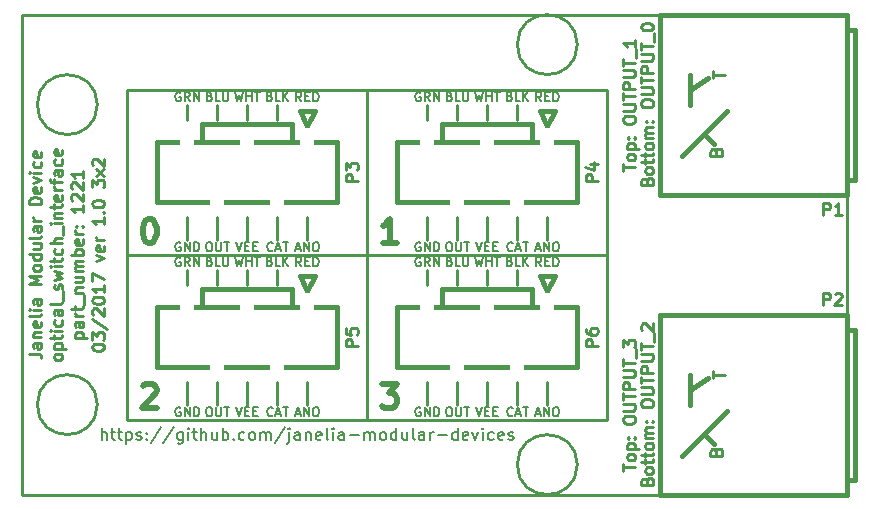
<source format=gto>
G04 #@! TF.GenerationSoftware,KiCad,Pcbnew,no-vcs-found-6223534~58~ubuntu16.04.1*
G04 #@! TF.CreationDate,2017-03-08T16:15:12-05:00*
G04 #@! TF.ProjectId,optical_switch_interface_3x2,6F70746963616C5F7377697463685F69,1.0*
G04 #@! TF.FileFunction,Legend,Top*
G04 #@! TF.FilePolarity,Positive*
%FSLAX46Y46*%
G04 Gerber Fmt 4.6, Leading zero omitted, Abs format (unit mm)*
G04 Created by KiCad (PCBNEW no-vcs-found-6223534~58~ubuntu16.04.1) date Wed Mar  8 16:15:12 2017*
%MOMM*%
%LPD*%
G01*
G04 APERTURE LIST*
%ADD10C,0.100000*%
%ADD11C,0.508000*%
%ADD12C,0.228600*%
%ADD13C,0.190500*%
%ADD14C,0.254000*%
%ADD15C,0.381000*%
%ADD16O,1.854200X2.540000*%
%ADD17R,1.854200X2.540000*%
%ADD18C,3.556000*%
%ADD19O,5.080000X3.048000*%
%ADD20O,2.032000X1.524000*%
%ADD21O,1.524000X2.032000*%
%ADD22R,1.270000X3.175000*%
G04 APERTURE END LIST*
D10*
D11*
X95939428Y-100045761D02*
X96036190Y-99949000D01*
X96229714Y-99852238D01*
X96713523Y-99852238D01*
X96907047Y-99949000D01*
X97003809Y-100045761D01*
X97100571Y-100239285D01*
X97100571Y-100432809D01*
X97003809Y-100723095D01*
X95842666Y-101884238D01*
X97100571Y-101884238D01*
X116162666Y-99852238D02*
X117420571Y-99852238D01*
X116743238Y-100626333D01*
X117033523Y-100626333D01*
X117227047Y-100723095D01*
X117323809Y-100819857D01*
X117420571Y-101013380D01*
X117420571Y-101497190D01*
X117323809Y-101690714D01*
X117227047Y-101787476D01*
X117033523Y-101884238D01*
X116452952Y-101884238D01*
X116259428Y-101787476D01*
X116162666Y-101690714D01*
X117420571Y-87914238D02*
X116259428Y-87914238D01*
X116840000Y-87914238D02*
X116840000Y-85882238D01*
X116646476Y-86172523D01*
X116452952Y-86366047D01*
X116259428Y-86462809D01*
X96423238Y-85882238D02*
X96616761Y-85882238D01*
X96810285Y-85979000D01*
X96907047Y-86075761D01*
X97003809Y-86269285D01*
X97100571Y-86656333D01*
X97100571Y-87140142D01*
X97003809Y-87527190D01*
X96907047Y-87720714D01*
X96810285Y-87817476D01*
X96616761Y-87914238D01*
X96423238Y-87914238D01*
X96229714Y-87817476D01*
X96132952Y-87720714D01*
X96036190Y-87527190D01*
X95939428Y-87140142D01*
X95939428Y-86656333D01*
X96036190Y-86269285D01*
X96132952Y-86075761D01*
X96229714Y-85979000D01*
X96423238Y-85882238D01*
D12*
X130175000Y-99695000D02*
X130175000Y-101600000D01*
X127635000Y-99695000D02*
X127635000Y-101600000D01*
X125095000Y-99695000D02*
X125095000Y-101600000D01*
X122555000Y-99695000D02*
X122555000Y-101600000D01*
X120015000Y-99695000D02*
X120015000Y-101600000D01*
X127635000Y-91440000D02*
X127635000Y-90170000D01*
X125095000Y-91440000D02*
X125095000Y-90170000D01*
X122555000Y-91440000D02*
X122555000Y-90170000D01*
X120015000Y-91440000D02*
X120015000Y-90170000D01*
X130175000Y-85725000D02*
X130175000Y-87630000D01*
X127635000Y-85725000D02*
X127635000Y-87630000D01*
X125095000Y-85725000D02*
X125095000Y-87630000D01*
X122555000Y-85725000D02*
X122555000Y-87630000D01*
X120015000Y-85725000D02*
X120015000Y-87630000D01*
X127635000Y-77470000D02*
X127635000Y-76200000D01*
X125095000Y-77470000D02*
X125095000Y-76200000D01*
X122555000Y-77470000D02*
X122555000Y-76200000D01*
X120015000Y-77470000D02*
X120015000Y-76200000D01*
D13*
X129195285Y-102362000D02*
X129558142Y-102362000D01*
X129122714Y-102579714D02*
X129376714Y-101817714D01*
X129630714Y-102579714D01*
X129884714Y-102579714D02*
X129884714Y-101817714D01*
X130320142Y-102579714D01*
X130320142Y-101817714D01*
X130828142Y-101817714D02*
X130973285Y-101817714D01*
X131045857Y-101854000D01*
X131118428Y-101926571D01*
X131154714Y-102071714D01*
X131154714Y-102325714D01*
X131118428Y-102470857D01*
X131045857Y-102543428D01*
X130973285Y-102579714D01*
X130828142Y-102579714D01*
X130755571Y-102543428D01*
X130683000Y-102470857D01*
X130646714Y-102325714D01*
X130646714Y-102071714D01*
X130683000Y-101926571D01*
X130755571Y-101854000D01*
X130828142Y-101817714D01*
X127254000Y-102507142D02*
X127217714Y-102543428D01*
X127108857Y-102579714D01*
X127036285Y-102579714D01*
X126927428Y-102543428D01*
X126854857Y-102470857D01*
X126818571Y-102398285D01*
X126782285Y-102253142D01*
X126782285Y-102144285D01*
X126818571Y-101999142D01*
X126854857Y-101926571D01*
X126927428Y-101854000D01*
X127036285Y-101817714D01*
X127108857Y-101817714D01*
X127217714Y-101854000D01*
X127254000Y-101890285D01*
X127544285Y-102362000D02*
X127907142Y-102362000D01*
X127471714Y-102579714D02*
X127725714Y-101817714D01*
X127979714Y-102579714D01*
X128124857Y-101817714D02*
X128560285Y-101817714D01*
X128342571Y-102579714D02*
X128342571Y-101817714D01*
X124151571Y-101817714D02*
X124405571Y-102579714D01*
X124659571Y-101817714D01*
X124913571Y-102180571D02*
X125167571Y-102180571D01*
X125276428Y-102579714D02*
X124913571Y-102579714D01*
X124913571Y-101817714D01*
X125276428Y-101817714D01*
X125603000Y-102180571D02*
X125857000Y-102180571D01*
X125965857Y-102579714D02*
X125603000Y-102579714D01*
X125603000Y-101817714D01*
X125965857Y-101817714D01*
X121793000Y-101817714D02*
X121938142Y-101817714D01*
X122010714Y-101854000D01*
X122083285Y-101926571D01*
X122119571Y-102071714D01*
X122119571Y-102325714D01*
X122083285Y-102470857D01*
X122010714Y-102543428D01*
X121938142Y-102579714D01*
X121793000Y-102579714D01*
X121720428Y-102543428D01*
X121647857Y-102470857D01*
X121611571Y-102325714D01*
X121611571Y-102071714D01*
X121647857Y-101926571D01*
X121720428Y-101854000D01*
X121793000Y-101817714D01*
X122446142Y-101817714D02*
X122446142Y-102434571D01*
X122482428Y-102507142D01*
X122518714Y-102543428D01*
X122591285Y-102579714D01*
X122736428Y-102579714D01*
X122809000Y-102543428D01*
X122845285Y-102507142D01*
X122881571Y-102434571D01*
X122881571Y-101817714D01*
X123135571Y-101817714D02*
X123571000Y-101817714D01*
X123353285Y-102579714D02*
X123353285Y-101817714D01*
X119434428Y-101854000D02*
X119361857Y-101817714D01*
X119253000Y-101817714D01*
X119144142Y-101854000D01*
X119071571Y-101926571D01*
X119035285Y-101999142D01*
X118999000Y-102144285D01*
X118999000Y-102253142D01*
X119035285Y-102398285D01*
X119071571Y-102470857D01*
X119144142Y-102543428D01*
X119253000Y-102579714D01*
X119325571Y-102579714D01*
X119434428Y-102543428D01*
X119470714Y-102507142D01*
X119470714Y-102253142D01*
X119325571Y-102253142D01*
X119797285Y-102579714D02*
X119797285Y-101817714D01*
X120232714Y-102579714D01*
X120232714Y-101817714D01*
X120595571Y-102579714D02*
X120595571Y-101817714D01*
X120777000Y-101817714D01*
X120885857Y-101854000D01*
X120958428Y-101926571D01*
X120994714Y-101999142D01*
X121031000Y-102144285D01*
X121031000Y-102253142D01*
X120994714Y-102398285D01*
X120958428Y-102470857D01*
X120885857Y-102543428D01*
X120777000Y-102579714D01*
X120595571Y-102579714D01*
X129195285Y-88392000D02*
X129558142Y-88392000D01*
X129122714Y-88609714D02*
X129376714Y-87847714D01*
X129630714Y-88609714D01*
X129884714Y-88609714D02*
X129884714Y-87847714D01*
X130320142Y-88609714D01*
X130320142Y-87847714D01*
X130828142Y-87847714D02*
X130973285Y-87847714D01*
X131045857Y-87884000D01*
X131118428Y-87956571D01*
X131154714Y-88101714D01*
X131154714Y-88355714D01*
X131118428Y-88500857D01*
X131045857Y-88573428D01*
X130973285Y-88609714D01*
X130828142Y-88609714D01*
X130755571Y-88573428D01*
X130683000Y-88500857D01*
X130646714Y-88355714D01*
X130646714Y-88101714D01*
X130683000Y-87956571D01*
X130755571Y-87884000D01*
X130828142Y-87847714D01*
X127254000Y-88537142D02*
X127217714Y-88573428D01*
X127108857Y-88609714D01*
X127036285Y-88609714D01*
X126927428Y-88573428D01*
X126854857Y-88500857D01*
X126818571Y-88428285D01*
X126782285Y-88283142D01*
X126782285Y-88174285D01*
X126818571Y-88029142D01*
X126854857Y-87956571D01*
X126927428Y-87884000D01*
X127036285Y-87847714D01*
X127108857Y-87847714D01*
X127217714Y-87884000D01*
X127254000Y-87920285D01*
X127544285Y-88392000D02*
X127907142Y-88392000D01*
X127471714Y-88609714D02*
X127725714Y-87847714D01*
X127979714Y-88609714D01*
X128124857Y-87847714D02*
X128560285Y-87847714D01*
X128342571Y-88609714D02*
X128342571Y-87847714D01*
X124151571Y-87847714D02*
X124405571Y-88609714D01*
X124659571Y-87847714D01*
X124913571Y-88210571D02*
X125167571Y-88210571D01*
X125276428Y-88609714D02*
X124913571Y-88609714D01*
X124913571Y-87847714D01*
X125276428Y-87847714D01*
X125603000Y-88210571D02*
X125857000Y-88210571D01*
X125965857Y-88609714D02*
X125603000Y-88609714D01*
X125603000Y-87847714D01*
X125965857Y-87847714D01*
X121793000Y-87847714D02*
X121938142Y-87847714D01*
X122010714Y-87884000D01*
X122083285Y-87956571D01*
X122119571Y-88101714D01*
X122119571Y-88355714D01*
X122083285Y-88500857D01*
X122010714Y-88573428D01*
X121938142Y-88609714D01*
X121793000Y-88609714D01*
X121720428Y-88573428D01*
X121647857Y-88500857D01*
X121611571Y-88355714D01*
X121611571Y-88101714D01*
X121647857Y-87956571D01*
X121720428Y-87884000D01*
X121793000Y-87847714D01*
X122446142Y-87847714D02*
X122446142Y-88464571D01*
X122482428Y-88537142D01*
X122518714Y-88573428D01*
X122591285Y-88609714D01*
X122736428Y-88609714D01*
X122809000Y-88573428D01*
X122845285Y-88537142D01*
X122881571Y-88464571D01*
X122881571Y-87847714D01*
X123135571Y-87847714D02*
X123571000Y-87847714D01*
X123353285Y-88609714D02*
X123353285Y-87847714D01*
X119434428Y-87884000D02*
X119361857Y-87847714D01*
X119253000Y-87847714D01*
X119144142Y-87884000D01*
X119071571Y-87956571D01*
X119035285Y-88029142D01*
X118999000Y-88174285D01*
X118999000Y-88283142D01*
X119035285Y-88428285D01*
X119071571Y-88500857D01*
X119144142Y-88573428D01*
X119253000Y-88609714D01*
X119325571Y-88609714D01*
X119434428Y-88573428D01*
X119470714Y-88537142D01*
X119470714Y-88283142D01*
X119325571Y-88283142D01*
X119797285Y-88609714D02*
X119797285Y-87847714D01*
X120232714Y-88609714D01*
X120232714Y-87847714D01*
X120595571Y-88609714D02*
X120595571Y-87847714D01*
X120777000Y-87847714D01*
X120885857Y-87884000D01*
X120958428Y-87956571D01*
X120994714Y-88029142D01*
X121031000Y-88174285D01*
X121031000Y-88283142D01*
X120994714Y-88428285D01*
X120958428Y-88500857D01*
X120885857Y-88573428D01*
X120777000Y-88609714D01*
X120595571Y-88609714D01*
D12*
X109855000Y-99695000D02*
X109855000Y-101600000D01*
X107315000Y-99695000D02*
X107315000Y-101600000D01*
X104775000Y-99695000D02*
X104775000Y-101600000D01*
X102235000Y-99695000D02*
X102235000Y-101600000D01*
X99695000Y-99695000D02*
X99695000Y-101600000D01*
X107315000Y-91440000D02*
X107315000Y-90170000D01*
X104775000Y-91440000D02*
X104775000Y-90170000D01*
X102235000Y-91440000D02*
X102235000Y-90170000D01*
X99695000Y-91440000D02*
X99695000Y-90170000D01*
X109855000Y-85725000D02*
X109855000Y-87630000D01*
X107315000Y-85725000D02*
X107315000Y-87630000D01*
X104775000Y-85725000D02*
X104775000Y-87630000D01*
X102235000Y-85725000D02*
X102235000Y-87630000D01*
X99695000Y-85725000D02*
X99695000Y-87630000D01*
X107315000Y-77470000D02*
X107315000Y-76200000D01*
X104775000Y-77470000D02*
X104775000Y-76200000D01*
X102235000Y-77470000D02*
X102235000Y-76200000D01*
X99695000Y-77470000D02*
X99695000Y-76200000D01*
D13*
X108875285Y-102362000D02*
X109238142Y-102362000D01*
X108802714Y-102579714D02*
X109056714Y-101817714D01*
X109310714Y-102579714D01*
X109564714Y-102579714D02*
X109564714Y-101817714D01*
X110000142Y-102579714D01*
X110000142Y-101817714D01*
X110508142Y-101817714D02*
X110653285Y-101817714D01*
X110725857Y-101854000D01*
X110798428Y-101926571D01*
X110834714Y-102071714D01*
X110834714Y-102325714D01*
X110798428Y-102470857D01*
X110725857Y-102543428D01*
X110653285Y-102579714D01*
X110508142Y-102579714D01*
X110435571Y-102543428D01*
X110363000Y-102470857D01*
X110326714Y-102325714D01*
X110326714Y-102071714D01*
X110363000Y-101926571D01*
X110435571Y-101854000D01*
X110508142Y-101817714D01*
X106934000Y-102507142D02*
X106897714Y-102543428D01*
X106788857Y-102579714D01*
X106716285Y-102579714D01*
X106607428Y-102543428D01*
X106534857Y-102470857D01*
X106498571Y-102398285D01*
X106462285Y-102253142D01*
X106462285Y-102144285D01*
X106498571Y-101999142D01*
X106534857Y-101926571D01*
X106607428Y-101854000D01*
X106716285Y-101817714D01*
X106788857Y-101817714D01*
X106897714Y-101854000D01*
X106934000Y-101890285D01*
X107224285Y-102362000D02*
X107587142Y-102362000D01*
X107151714Y-102579714D02*
X107405714Y-101817714D01*
X107659714Y-102579714D01*
X107804857Y-101817714D02*
X108240285Y-101817714D01*
X108022571Y-102579714D02*
X108022571Y-101817714D01*
X103831571Y-101817714D02*
X104085571Y-102579714D01*
X104339571Y-101817714D01*
X104593571Y-102180571D02*
X104847571Y-102180571D01*
X104956428Y-102579714D02*
X104593571Y-102579714D01*
X104593571Y-101817714D01*
X104956428Y-101817714D01*
X105283000Y-102180571D02*
X105537000Y-102180571D01*
X105645857Y-102579714D02*
X105283000Y-102579714D01*
X105283000Y-101817714D01*
X105645857Y-101817714D01*
X101473000Y-101817714D02*
X101618142Y-101817714D01*
X101690714Y-101854000D01*
X101763285Y-101926571D01*
X101799571Y-102071714D01*
X101799571Y-102325714D01*
X101763285Y-102470857D01*
X101690714Y-102543428D01*
X101618142Y-102579714D01*
X101473000Y-102579714D01*
X101400428Y-102543428D01*
X101327857Y-102470857D01*
X101291571Y-102325714D01*
X101291571Y-102071714D01*
X101327857Y-101926571D01*
X101400428Y-101854000D01*
X101473000Y-101817714D01*
X102126142Y-101817714D02*
X102126142Y-102434571D01*
X102162428Y-102507142D01*
X102198714Y-102543428D01*
X102271285Y-102579714D01*
X102416428Y-102579714D01*
X102489000Y-102543428D01*
X102525285Y-102507142D01*
X102561571Y-102434571D01*
X102561571Y-101817714D01*
X102815571Y-101817714D02*
X103251000Y-101817714D01*
X103033285Y-102579714D02*
X103033285Y-101817714D01*
X99114428Y-101854000D02*
X99041857Y-101817714D01*
X98933000Y-101817714D01*
X98824142Y-101854000D01*
X98751571Y-101926571D01*
X98715285Y-101999142D01*
X98679000Y-102144285D01*
X98679000Y-102253142D01*
X98715285Y-102398285D01*
X98751571Y-102470857D01*
X98824142Y-102543428D01*
X98933000Y-102579714D01*
X99005571Y-102579714D01*
X99114428Y-102543428D01*
X99150714Y-102507142D01*
X99150714Y-102253142D01*
X99005571Y-102253142D01*
X99477285Y-102579714D02*
X99477285Y-101817714D01*
X99912714Y-102579714D01*
X99912714Y-101817714D01*
X100275571Y-102579714D02*
X100275571Y-101817714D01*
X100457000Y-101817714D01*
X100565857Y-101854000D01*
X100638428Y-101926571D01*
X100674714Y-101999142D01*
X100711000Y-102144285D01*
X100711000Y-102253142D01*
X100674714Y-102398285D01*
X100638428Y-102470857D01*
X100565857Y-102543428D01*
X100457000Y-102579714D01*
X100275571Y-102579714D01*
X108875285Y-88392000D02*
X109238142Y-88392000D01*
X108802714Y-88609714D02*
X109056714Y-87847714D01*
X109310714Y-88609714D01*
X109564714Y-88609714D02*
X109564714Y-87847714D01*
X110000142Y-88609714D01*
X110000142Y-87847714D01*
X110508142Y-87847714D02*
X110653285Y-87847714D01*
X110725857Y-87884000D01*
X110798428Y-87956571D01*
X110834714Y-88101714D01*
X110834714Y-88355714D01*
X110798428Y-88500857D01*
X110725857Y-88573428D01*
X110653285Y-88609714D01*
X110508142Y-88609714D01*
X110435571Y-88573428D01*
X110363000Y-88500857D01*
X110326714Y-88355714D01*
X110326714Y-88101714D01*
X110363000Y-87956571D01*
X110435571Y-87884000D01*
X110508142Y-87847714D01*
X106934000Y-88537142D02*
X106897714Y-88573428D01*
X106788857Y-88609714D01*
X106716285Y-88609714D01*
X106607428Y-88573428D01*
X106534857Y-88500857D01*
X106498571Y-88428285D01*
X106462285Y-88283142D01*
X106462285Y-88174285D01*
X106498571Y-88029142D01*
X106534857Y-87956571D01*
X106607428Y-87884000D01*
X106716285Y-87847714D01*
X106788857Y-87847714D01*
X106897714Y-87884000D01*
X106934000Y-87920285D01*
X107224285Y-88392000D02*
X107587142Y-88392000D01*
X107151714Y-88609714D02*
X107405714Y-87847714D01*
X107659714Y-88609714D01*
X107804857Y-87847714D02*
X108240285Y-87847714D01*
X108022571Y-88609714D02*
X108022571Y-87847714D01*
X103831571Y-87847714D02*
X104085571Y-88609714D01*
X104339571Y-87847714D01*
X104593571Y-88210571D02*
X104847571Y-88210571D01*
X104956428Y-88609714D02*
X104593571Y-88609714D01*
X104593571Y-87847714D01*
X104956428Y-87847714D01*
X105283000Y-88210571D02*
X105537000Y-88210571D01*
X105645857Y-88609714D02*
X105283000Y-88609714D01*
X105283000Y-87847714D01*
X105645857Y-87847714D01*
X101473000Y-87847714D02*
X101618142Y-87847714D01*
X101690714Y-87884000D01*
X101763285Y-87956571D01*
X101799571Y-88101714D01*
X101799571Y-88355714D01*
X101763285Y-88500857D01*
X101690714Y-88573428D01*
X101618142Y-88609714D01*
X101473000Y-88609714D01*
X101400428Y-88573428D01*
X101327857Y-88500857D01*
X101291571Y-88355714D01*
X101291571Y-88101714D01*
X101327857Y-87956571D01*
X101400428Y-87884000D01*
X101473000Y-87847714D01*
X102126142Y-87847714D02*
X102126142Y-88464571D01*
X102162428Y-88537142D01*
X102198714Y-88573428D01*
X102271285Y-88609714D01*
X102416428Y-88609714D01*
X102489000Y-88573428D01*
X102525285Y-88537142D01*
X102561571Y-88464571D01*
X102561571Y-87847714D01*
X102815571Y-87847714D02*
X103251000Y-87847714D01*
X103033285Y-88609714D02*
X103033285Y-87847714D01*
X99114428Y-87884000D02*
X99041857Y-87847714D01*
X98933000Y-87847714D01*
X98824142Y-87884000D01*
X98751571Y-87956571D01*
X98715285Y-88029142D01*
X98679000Y-88174285D01*
X98679000Y-88283142D01*
X98715285Y-88428285D01*
X98751571Y-88500857D01*
X98824142Y-88573428D01*
X98933000Y-88609714D01*
X99005571Y-88609714D01*
X99114428Y-88573428D01*
X99150714Y-88537142D01*
X99150714Y-88283142D01*
X99005571Y-88283142D01*
X99477285Y-88609714D02*
X99477285Y-87847714D01*
X99912714Y-88609714D01*
X99912714Y-87847714D01*
X100275571Y-88609714D02*
X100275571Y-87847714D01*
X100457000Y-87847714D01*
X100565857Y-87884000D01*
X100638428Y-87956571D01*
X100674714Y-88029142D01*
X100711000Y-88174285D01*
X100711000Y-88283142D01*
X100674714Y-88428285D01*
X100638428Y-88500857D01*
X100565857Y-88573428D01*
X100457000Y-88609714D01*
X100275571Y-88609714D01*
X129685142Y-89879714D02*
X129431142Y-89516857D01*
X129249714Y-89879714D02*
X129249714Y-89117714D01*
X129540000Y-89117714D01*
X129612571Y-89154000D01*
X129648857Y-89190285D01*
X129685142Y-89262857D01*
X129685142Y-89371714D01*
X129648857Y-89444285D01*
X129612571Y-89480571D01*
X129540000Y-89516857D01*
X129249714Y-89516857D01*
X130011714Y-89480571D02*
X130265714Y-89480571D01*
X130374571Y-89879714D02*
X130011714Y-89879714D01*
X130011714Y-89117714D01*
X130374571Y-89117714D01*
X130701142Y-89879714D02*
X130701142Y-89117714D01*
X130882571Y-89117714D01*
X130991428Y-89154000D01*
X131064000Y-89226571D01*
X131100285Y-89299142D01*
X131136571Y-89444285D01*
X131136571Y-89553142D01*
X131100285Y-89698285D01*
X131064000Y-89770857D01*
X130991428Y-89843428D01*
X130882571Y-89879714D01*
X130701142Y-89879714D01*
X127000000Y-89480571D02*
X127108857Y-89516857D01*
X127145142Y-89553142D01*
X127181428Y-89625714D01*
X127181428Y-89734571D01*
X127145142Y-89807142D01*
X127108857Y-89843428D01*
X127036285Y-89879714D01*
X126746000Y-89879714D01*
X126746000Y-89117714D01*
X127000000Y-89117714D01*
X127072571Y-89154000D01*
X127108857Y-89190285D01*
X127145142Y-89262857D01*
X127145142Y-89335428D01*
X127108857Y-89408000D01*
X127072571Y-89444285D01*
X127000000Y-89480571D01*
X126746000Y-89480571D01*
X127870857Y-89879714D02*
X127508000Y-89879714D01*
X127508000Y-89117714D01*
X128124857Y-89879714D02*
X128124857Y-89117714D01*
X128560285Y-89879714D02*
X128233714Y-89444285D01*
X128560285Y-89117714D02*
X128124857Y-89553142D01*
X124079000Y-89117714D02*
X124260428Y-89879714D01*
X124405571Y-89335428D01*
X124550714Y-89879714D01*
X124732142Y-89117714D01*
X125022428Y-89879714D02*
X125022428Y-89117714D01*
X125022428Y-89480571D02*
X125457857Y-89480571D01*
X125457857Y-89879714D02*
X125457857Y-89117714D01*
X125711857Y-89117714D02*
X126147285Y-89117714D01*
X125929571Y-89879714D02*
X125929571Y-89117714D01*
X121901857Y-89480571D02*
X122010714Y-89516857D01*
X122047000Y-89553142D01*
X122083285Y-89625714D01*
X122083285Y-89734571D01*
X122047000Y-89807142D01*
X122010714Y-89843428D01*
X121938142Y-89879714D01*
X121647857Y-89879714D01*
X121647857Y-89117714D01*
X121901857Y-89117714D01*
X121974428Y-89154000D01*
X122010714Y-89190285D01*
X122047000Y-89262857D01*
X122047000Y-89335428D01*
X122010714Y-89408000D01*
X121974428Y-89444285D01*
X121901857Y-89480571D01*
X121647857Y-89480571D01*
X122772714Y-89879714D02*
X122409857Y-89879714D01*
X122409857Y-89117714D01*
X123026714Y-89117714D02*
X123026714Y-89734571D01*
X123063000Y-89807142D01*
X123099285Y-89843428D01*
X123171857Y-89879714D01*
X123317000Y-89879714D01*
X123389571Y-89843428D01*
X123425857Y-89807142D01*
X123462142Y-89734571D01*
X123462142Y-89117714D01*
X119434428Y-89154000D02*
X119361857Y-89117714D01*
X119253000Y-89117714D01*
X119144142Y-89154000D01*
X119071571Y-89226571D01*
X119035285Y-89299142D01*
X118999000Y-89444285D01*
X118999000Y-89553142D01*
X119035285Y-89698285D01*
X119071571Y-89770857D01*
X119144142Y-89843428D01*
X119253000Y-89879714D01*
X119325571Y-89879714D01*
X119434428Y-89843428D01*
X119470714Y-89807142D01*
X119470714Y-89553142D01*
X119325571Y-89553142D01*
X120232714Y-89879714D02*
X119978714Y-89516857D01*
X119797285Y-89879714D02*
X119797285Y-89117714D01*
X120087571Y-89117714D01*
X120160142Y-89154000D01*
X120196428Y-89190285D01*
X120232714Y-89262857D01*
X120232714Y-89371714D01*
X120196428Y-89444285D01*
X120160142Y-89480571D01*
X120087571Y-89516857D01*
X119797285Y-89516857D01*
X120559285Y-89879714D02*
X120559285Y-89117714D01*
X120994714Y-89879714D01*
X120994714Y-89117714D01*
X129685142Y-75909714D02*
X129431142Y-75546857D01*
X129249714Y-75909714D02*
X129249714Y-75147714D01*
X129540000Y-75147714D01*
X129612571Y-75184000D01*
X129648857Y-75220285D01*
X129685142Y-75292857D01*
X129685142Y-75401714D01*
X129648857Y-75474285D01*
X129612571Y-75510571D01*
X129540000Y-75546857D01*
X129249714Y-75546857D01*
X130011714Y-75510571D02*
X130265714Y-75510571D01*
X130374571Y-75909714D02*
X130011714Y-75909714D01*
X130011714Y-75147714D01*
X130374571Y-75147714D01*
X130701142Y-75909714D02*
X130701142Y-75147714D01*
X130882571Y-75147714D01*
X130991428Y-75184000D01*
X131064000Y-75256571D01*
X131100285Y-75329142D01*
X131136571Y-75474285D01*
X131136571Y-75583142D01*
X131100285Y-75728285D01*
X131064000Y-75800857D01*
X130991428Y-75873428D01*
X130882571Y-75909714D01*
X130701142Y-75909714D01*
X127000000Y-75510571D02*
X127108857Y-75546857D01*
X127145142Y-75583142D01*
X127181428Y-75655714D01*
X127181428Y-75764571D01*
X127145142Y-75837142D01*
X127108857Y-75873428D01*
X127036285Y-75909714D01*
X126746000Y-75909714D01*
X126746000Y-75147714D01*
X127000000Y-75147714D01*
X127072571Y-75184000D01*
X127108857Y-75220285D01*
X127145142Y-75292857D01*
X127145142Y-75365428D01*
X127108857Y-75438000D01*
X127072571Y-75474285D01*
X127000000Y-75510571D01*
X126746000Y-75510571D01*
X127870857Y-75909714D02*
X127508000Y-75909714D01*
X127508000Y-75147714D01*
X128124857Y-75909714D02*
X128124857Y-75147714D01*
X128560285Y-75909714D02*
X128233714Y-75474285D01*
X128560285Y-75147714D02*
X128124857Y-75583142D01*
X124079000Y-75147714D02*
X124260428Y-75909714D01*
X124405571Y-75365428D01*
X124550714Y-75909714D01*
X124732142Y-75147714D01*
X125022428Y-75909714D02*
X125022428Y-75147714D01*
X125022428Y-75510571D02*
X125457857Y-75510571D01*
X125457857Y-75909714D02*
X125457857Y-75147714D01*
X125711857Y-75147714D02*
X126147285Y-75147714D01*
X125929571Y-75909714D02*
X125929571Y-75147714D01*
X121901857Y-75510571D02*
X122010714Y-75546857D01*
X122047000Y-75583142D01*
X122083285Y-75655714D01*
X122083285Y-75764571D01*
X122047000Y-75837142D01*
X122010714Y-75873428D01*
X121938142Y-75909714D01*
X121647857Y-75909714D01*
X121647857Y-75147714D01*
X121901857Y-75147714D01*
X121974428Y-75184000D01*
X122010714Y-75220285D01*
X122047000Y-75292857D01*
X122047000Y-75365428D01*
X122010714Y-75438000D01*
X121974428Y-75474285D01*
X121901857Y-75510571D01*
X121647857Y-75510571D01*
X122772714Y-75909714D02*
X122409857Y-75909714D01*
X122409857Y-75147714D01*
X123026714Y-75147714D02*
X123026714Y-75764571D01*
X123063000Y-75837142D01*
X123099285Y-75873428D01*
X123171857Y-75909714D01*
X123317000Y-75909714D01*
X123389571Y-75873428D01*
X123425857Y-75837142D01*
X123462142Y-75764571D01*
X123462142Y-75147714D01*
X119434428Y-75184000D02*
X119361857Y-75147714D01*
X119253000Y-75147714D01*
X119144142Y-75184000D01*
X119071571Y-75256571D01*
X119035285Y-75329142D01*
X118999000Y-75474285D01*
X118999000Y-75583142D01*
X119035285Y-75728285D01*
X119071571Y-75800857D01*
X119144142Y-75873428D01*
X119253000Y-75909714D01*
X119325571Y-75909714D01*
X119434428Y-75873428D01*
X119470714Y-75837142D01*
X119470714Y-75583142D01*
X119325571Y-75583142D01*
X120232714Y-75909714D02*
X119978714Y-75546857D01*
X119797285Y-75909714D02*
X119797285Y-75147714D01*
X120087571Y-75147714D01*
X120160142Y-75184000D01*
X120196428Y-75220285D01*
X120232714Y-75292857D01*
X120232714Y-75401714D01*
X120196428Y-75474285D01*
X120160142Y-75510571D01*
X120087571Y-75546857D01*
X119797285Y-75546857D01*
X120559285Y-75909714D02*
X120559285Y-75147714D01*
X120994714Y-75909714D01*
X120994714Y-75147714D01*
X109365142Y-89879714D02*
X109111142Y-89516857D01*
X108929714Y-89879714D02*
X108929714Y-89117714D01*
X109220000Y-89117714D01*
X109292571Y-89154000D01*
X109328857Y-89190285D01*
X109365142Y-89262857D01*
X109365142Y-89371714D01*
X109328857Y-89444285D01*
X109292571Y-89480571D01*
X109220000Y-89516857D01*
X108929714Y-89516857D01*
X109691714Y-89480571D02*
X109945714Y-89480571D01*
X110054571Y-89879714D02*
X109691714Y-89879714D01*
X109691714Y-89117714D01*
X110054571Y-89117714D01*
X110381142Y-89879714D02*
X110381142Y-89117714D01*
X110562571Y-89117714D01*
X110671428Y-89154000D01*
X110744000Y-89226571D01*
X110780285Y-89299142D01*
X110816571Y-89444285D01*
X110816571Y-89553142D01*
X110780285Y-89698285D01*
X110744000Y-89770857D01*
X110671428Y-89843428D01*
X110562571Y-89879714D01*
X110381142Y-89879714D01*
X106680000Y-89480571D02*
X106788857Y-89516857D01*
X106825142Y-89553142D01*
X106861428Y-89625714D01*
X106861428Y-89734571D01*
X106825142Y-89807142D01*
X106788857Y-89843428D01*
X106716285Y-89879714D01*
X106426000Y-89879714D01*
X106426000Y-89117714D01*
X106680000Y-89117714D01*
X106752571Y-89154000D01*
X106788857Y-89190285D01*
X106825142Y-89262857D01*
X106825142Y-89335428D01*
X106788857Y-89408000D01*
X106752571Y-89444285D01*
X106680000Y-89480571D01*
X106426000Y-89480571D01*
X107550857Y-89879714D02*
X107188000Y-89879714D01*
X107188000Y-89117714D01*
X107804857Y-89879714D02*
X107804857Y-89117714D01*
X108240285Y-89879714D02*
X107913714Y-89444285D01*
X108240285Y-89117714D02*
X107804857Y-89553142D01*
X103759000Y-89117714D02*
X103940428Y-89879714D01*
X104085571Y-89335428D01*
X104230714Y-89879714D01*
X104412142Y-89117714D01*
X104702428Y-89879714D02*
X104702428Y-89117714D01*
X104702428Y-89480571D02*
X105137857Y-89480571D01*
X105137857Y-89879714D02*
X105137857Y-89117714D01*
X105391857Y-89117714D02*
X105827285Y-89117714D01*
X105609571Y-89879714D02*
X105609571Y-89117714D01*
X101581857Y-89480571D02*
X101690714Y-89516857D01*
X101727000Y-89553142D01*
X101763285Y-89625714D01*
X101763285Y-89734571D01*
X101727000Y-89807142D01*
X101690714Y-89843428D01*
X101618142Y-89879714D01*
X101327857Y-89879714D01*
X101327857Y-89117714D01*
X101581857Y-89117714D01*
X101654428Y-89154000D01*
X101690714Y-89190285D01*
X101727000Y-89262857D01*
X101727000Y-89335428D01*
X101690714Y-89408000D01*
X101654428Y-89444285D01*
X101581857Y-89480571D01*
X101327857Y-89480571D01*
X102452714Y-89879714D02*
X102089857Y-89879714D01*
X102089857Y-89117714D01*
X102706714Y-89117714D02*
X102706714Y-89734571D01*
X102743000Y-89807142D01*
X102779285Y-89843428D01*
X102851857Y-89879714D01*
X102997000Y-89879714D01*
X103069571Y-89843428D01*
X103105857Y-89807142D01*
X103142142Y-89734571D01*
X103142142Y-89117714D01*
X99114428Y-89154000D02*
X99041857Y-89117714D01*
X98933000Y-89117714D01*
X98824142Y-89154000D01*
X98751571Y-89226571D01*
X98715285Y-89299142D01*
X98679000Y-89444285D01*
X98679000Y-89553142D01*
X98715285Y-89698285D01*
X98751571Y-89770857D01*
X98824142Y-89843428D01*
X98933000Y-89879714D01*
X99005571Y-89879714D01*
X99114428Y-89843428D01*
X99150714Y-89807142D01*
X99150714Y-89553142D01*
X99005571Y-89553142D01*
X99912714Y-89879714D02*
X99658714Y-89516857D01*
X99477285Y-89879714D02*
X99477285Y-89117714D01*
X99767571Y-89117714D01*
X99840142Y-89154000D01*
X99876428Y-89190285D01*
X99912714Y-89262857D01*
X99912714Y-89371714D01*
X99876428Y-89444285D01*
X99840142Y-89480571D01*
X99767571Y-89516857D01*
X99477285Y-89516857D01*
X100239285Y-89879714D02*
X100239285Y-89117714D01*
X100674714Y-89879714D01*
X100674714Y-89117714D01*
X109365142Y-75909714D02*
X109111142Y-75546857D01*
X108929714Y-75909714D02*
X108929714Y-75147714D01*
X109220000Y-75147714D01*
X109292571Y-75184000D01*
X109328857Y-75220285D01*
X109365142Y-75292857D01*
X109365142Y-75401714D01*
X109328857Y-75474285D01*
X109292571Y-75510571D01*
X109220000Y-75546857D01*
X108929714Y-75546857D01*
X109691714Y-75510571D02*
X109945714Y-75510571D01*
X110054571Y-75909714D02*
X109691714Y-75909714D01*
X109691714Y-75147714D01*
X110054571Y-75147714D01*
X110381142Y-75909714D02*
X110381142Y-75147714D01*
X110562571Y-75147714D01*
X110671428Y-75184000D01*
X110744000Y-75256571D01*
X110780285Y-75329142D01*
X110816571Y-75474285D01*
X110816571Y-75583142D01*
X110780285Y-75728285D01*
X110744000Y-75800857D01*
X110671428Y-75873428D01*
X110562571Y-75909714D01*
X110381142Y-75909714D01*
X106680000Y-75510571D02*
X106788857Y-75546857D01*
X106825142Y-75583142D01*
X106861428Y-75655714D01*
X106861428Y-75764571D01*
X106825142Y-75837142D01*
X106788857Y-75873428D01*
X106716285Y-75909714D01*
X106426000Y-75909714D01*
X106426000Y-75147714D01*
X106680000Y-75147714D01*
X106752571Y-75184000D01*
X106788857Y-75220285D01*
X106825142Y-75292857D01*
X106825142Y-75365428D01*
X106788857Y-75438000D01*
X106752571Y-75474285D01*
X106680000Y-75510571D01*
X106426000Y-75510571D01*
X107550857Y-75909714D02*
X107188000Y-75909714D01*
X107188000Y-75147714D01*
X107804857Y-75909714D02*
X107804857Y-75147714D01*
X108240285Y-75909714D02*
X107913714Y-75474285D01*
X108240285Y-75147714D02*
X107804857Y-75583142D01*
X103759000Y-75147714D02*
X103940428Y-75909714D01*
X104085571Y-75365428D01*
X104230714Y-75909714D01*
X104412142Y-75147714D01*
X104702428Y-75909714D02*
X104702428Y-75147714D01*
X104702428Y-75510571D02*
X105137857Y-75510571D01*
X105137857Y-75909714D02*
X105137857Y-75147714D01*
X105391857Y-75147714D02*
X105827285Y-75147714D01*
X105609571Y-75909714D02*
X105609571Y-75147714D01*
X101581857Y-75510571D02*
X101690714Y-75546857D01*
X101727000Y-75583142D01*
X101763285Y-75655714D01*
X101763285Y-75764571D01*
X101727000Y-75837142D01*
X101690714Y-75873428D01*
X101618142Y-75909714D01*
X101327857Y-75909714D01*
X101327857Y-75147714D01*
X101581857Y-75147714D01*
X101654428Y-75184000D01*
X101690714Y-75220285D01*
X101727000Y-75292857D01*
X101727000Y-75365428D01*
X101690714Y-75438000D01*
X101654428Y-75474285D01*
X101581857Y-75510571D01*
X101327857Y-75510571D01*
X102452714Y-75909714D02*
X102089857Y-75909714D01*
X102089857Y-75147714D01*
X102706714Y-75147714D02*
X102706714Y-75764571D01*
X102743000Y-75837142D01*
X102779285Y-75873428D01*
X102851857Y-75909714D01*
X102997000Y-75909714D01*
X103069571Y-75873428D01*
X103105857Y-75837142D01*
X103142142Y-75764571D01*
X103142142Y-75147714D01*
X99114428Y-75184000D02*
X99041857Y-75147714D01*
X98933000Y-75147714D01*
X98824142Y-75184000D01*
X98751571Y-75256571D01*
X98715285Y-75329142D01*
X98679000Y-75474285D01*
X98679000Y-75583142D01*
X98715285Y-75728285D01*
X98751571Y-75800857D01*
X98824142Y-75873428D01*
X98933000Y-75909714D01*
X99005571Y-75909714D01*
X99114428Y-75873428D01*
X99150714Y-75837142D01*
X99150714Y-75583142D01*
X99005571Y-75583142D01*
X99912714Y-75909714D02*
X99658714Y-75546857D01*
X99477285Y-75909714D02*
X99477285Y-75147714D01*
X99767571Y-75147714D01*
X99840142Y-75184000D01*
X99876428Y-75220285D01*
X99912714Y-75292857D01*
X99912714Y-75401714D01*
X99876428Y-75474285D01*
X99840142Y-75510571D01*
X99767571Y-75546857D01*
X99477285Y-75546857D01*
X100239285Y-75909714D02*
X100239285Y-75147714D01*
X100674714Y-75909714D01*
X100674714Y-75147714D01*
D12*
X94615000Y-88900000D02*
X135255000Y-88900000D01*
X135255000Y-102870000D02*
X135255000Y-74930000D01*
X94615000Y-102870000D02*
X135255000Y-102870000D01*
X94615000Y-74930000D02*
X94615000Y-102870000D01*
X94615000Y-74930000D02*
X135255000Y-74930000D01*
X114935000Y-102870000D02*
X114935000Y-74930000D01*
X155575000Y-68580000D02*
X85725000Y-68580000D01*
X155575000Y-109220000D02*
X155575000Y-68580000D01*
X85725000Y-109220000D02*
X155575000Y-109220000D01*
X85725000Y-68580000D02*
X85725000Y-109220000D01*
D13*
X92437857Y-104599619D02*
X92437857Y-103583619D01*
X92873285Y-104599619D02*
X92873285Y-104067428D01*
X92824904Y-103970666D01*
X92728142Y-103922285D01*
X92583000Y-103922285D01*
X92486238Y-103970666D01*
X92437857Y-104019047D01*
X93211952Y-103922285D02*
X93599000Y-103922285D01*
X93357095Y-103583619D02*
X93357095Y-104454476D01*
X93405476Y-104551238D01*
X93502238Y-104599619D01*
X93599000Y-104599619D01*
X93792523Y-103922285D02*
X94179571Y-103922285D01*
X93937666Y-103583619D02*
X93937666Y-104454476D01*
X93986047Y-104551238D01*
X94082809Y-104599619D01*
X94179571Y-104599619D01*
X94518238Y-103922285D02*
X94518238Y-104938285D01*
X94518238Y-103970666D02*
X94615000Y-103922285D01*
X94808523Y-103922285D01*
X94905285Y-103970666D01*
X94953666Y-104019047D01*
X95002047Y-104115809D01*
X95002047Y-104406095D01*
X94953666Y-104502857D01*
X94905285Y-104551238D01*
X94808523Y-104599619D01*
X94615000Y-104599619D01*
X94518238Y-104551238D01*
X95389095Y-104551238D02*
X95485857Y-104599619D01*
X95679380Y-104599619D01*
X95776142Y-104551238D01*
X95824523Y-104454476D01*
X95824523Y-104406095D01*
X95776142Y-104309333D01*
X95679380Y-104260952D01*
X95534238Y-104260952D01*
X95437476Y-104212571D01*
X95389095Y-104115809D01*
X95389095Y-104067428D01*
X95437476Y-103970666D01*
X95534238Y-103922285D01*
X95679380Y-103922285D01*
X95776142Y-103970666D01*
X96259952Y-104502857D02*
X96308333Y-104551238D01*
X96259952Y-104599619D01*
X96211571Y-104551238D01*
X96259952Y-104502857D01*
X96259952Y-104599619D01*
X96259952Y-103970666D02*
X96308333Y-104019047D01*
X96259952Y-104067428D01*
X96211571Y-104019047D01*
X96259952Y-103970666D01*
X96259952Y-104067428D01*
X97469476Y-103535238D02*
X96598619Y-104841523D01*
X98533857Y-103535238D02*
X97663000Y-104841523D01*
X99307952Y-103922285D02*
X99307952Y-104744761D01*
X99259571Y-104841523D01*
X99211190Y-104889904D01*
X99114428Y-104938285D01*
X98969285Y-104938285D01*
X98872523Y-104889904D01*
X99307952Y-104551238D02*
X99211190Y-104599619D01*
X99017666Y-104599619D01*
X98920904Y-104551238D01*
X98872523Y-104502857D01*
X98824142Y-104406095D01*
X98824142Y-104115809D01*
X98872523Y-104019047D01*
X98920904Y-103970666D01*
X99017666Y-103922285D01*
X99211190Y-103922285D01*
X99307952Y-103970666D01*
X99791761Y-104599619D02*
X99791761Y-103922285D01*
X99791761Y-103583619D02*
X99743380Y-103632000D01*
X99791761Y-103680380D01*
X99840142Y-103632000D01*
X99791761Y-103583619D01*
X99791761Y-103680380D01*
X100130428Y-103922285D02*
X100517476Y-103922285D01*
X100275571Y-103583619D02*
X100275571Y-104454476D01*
X100323952Y-104551238D01*
X100420714Y-104599619D01*
X100517476Y-104599619D01*
X100856142Y-104599619D02*
X100856142Y-103583619D01*
X101291571Y-104599619D02*
X101291571Y-104067428D01*
X101243190Y-103970666D01*
X101146428Y-103922285D01*
X101001285Y-103922285D01*
X100904523Y-103970666D01*
X100856142Y-104019047D01*
X102210809Y-103922285D02*
X102210809Y-104599619D01*
X101775380Y-103922285D02*
X101775380Y-104454476D01*
X101823761Y-104551238D01*
X101920523Y-104599619D01*
X102065666Y-104599619D01*
X102162428Y-104551238D01*
X102210809Y-104502857D01*
X102694619Y-104599619D02*
X102694619Y-103583619D01*
X102694619Y-103970666D02*
X102791380Y-103922285D01*
X102984904Y-103922285D01*
X103081666Y-103970666D01*
X103130047Y-104019047D01*
X103178428Y-104115809D01*
X103178428Y-104406095D01*
X103130047Y-104502857D01*
X103081666Y-104551238D01*
X102984904Y-104599619D01*
X102791380Y-104599619D01*
X102694619Y-104551238D01*
X103613857Y-104502857D02*
X103662238Y-104551238D01*
X103613857Y-104599619D01*
X103565476Y-104551238D01*
X103613857Y-104502857D01*
X103613857Y-104599619D01*
X104533095Y-104551238D02*
X104436333Y-104599619D01*
X104242809Y-104599619D01*
X104146047Y-104551238D01*
X104097666Y-104502857D01*
X104049285Y-104406095D01*
X104049285Y-104115809D01*
X104097666Y-104019047D01*
X104146047Y-103970666D01*
X104242809Y-103922285D01*
X104436333Y-103922285D01*
X104533095Y-103970666D01*
X105113666Y-104599619D02*
X105016904Y-104551238D01*
X104968523Y-104502857D01*
X104920142Y-104406095D01*
X104920142Y-104115809D01*
X104968523Y-104019047D01*
X105016904Y-103970666D01*
X105113666Y-103922285D01*
X105258809Y-103922285D01*
X105355571Y-103970666D01*
X105403952Y-104019047D01*
X105452333Y-104115809D01*
X105452333Y-104406095D01*
X105403952Y-104502857D01*
X105355571Y-104551238D01*
X105258809Y-104599619D01*
X105113666Y-104599619D01*
X105887761Y-104599619D02*
X105887761Y-103922285D01*
X105887761Y-104019047D02*
X105936142Y-103970666D01*
X106032904Y-103922285D01*
X106178047Y-103922285D01*
X106274809Y-103970666D01*
X106323190Y-104067428D01*
X106323190Y-104599619D01*
X106323190Y-104067428D02*
X106371571Y-103970666D01*
X106468333Y-103922285D01*
X106613476Y-103922285D01*
X106710238Y-103970666D01*
X106758619Y-104067428D01*
X106758619Y-104599619D01*
X107968142Y-103535238D02*
X107097285Y-104841523D01*
X108306809Y-103922285D02*
X108306809Y-104793142D01*
X108258428Y-104889904D01*
X108161666Y-104938285D01*
X108113285Y-104938285D01*
X108306809Y-103583619D02*
X108258428Y-103632000D01*
X108306809Y-103680380D01*
X108355190Y-103632000D01*
X108306809Y-103583619D01*
X108306809Y-103680380D01*
X109226047Y-104599619D02*
X109226047Y-104067428D01*
X109177666Y-103970666D01*
X109080904Y-103922285D01*
X108887380Y-103922285D01*
X108790619Y-103970666D01*
X109226047Y-104551238D02*
X109129285Y-104599619D01*
X108887380Y-104599619D01*
X108790619Y-104551238D01*
X108742238Y-104454476D01*
X108742238Y-104357714D01*
X108790619Y-104260952D01*
X108887380Y-104212571D01*
X109129285Y-104212571D01*
X109226047Y-104164190D01*
X109709857Y-103922285D02*
X109709857Y-104599619D01*
X109709857Y-104019047D02*
X109758238Y-103970666D01*
X109855000Y-103922285D01*
X110000142Y-103922285D01*
X110096904Y-103970666D01*
X110145285Y-104067428D01*
X110145285Y-104599619D01*
X111016142Y-104551238D02*
X110919380Y-104599619D01*
X110725857Y-104599619D01*
X110629095Y-104551238D01*
X110580714Y-104454476D01*
X110580714Y-104067428D01*
X110629095Y-103970666D01*
X110725857Y-103922285D01*
X110919380Y-103922285D01*
X111016142Y-103970666D01*
X111064523Y-104067428D01*
X111064523Y-104164190D01*
X110580714Y-104260952D01*
X111645095Y-104599619D02*
X111548333Y-104551238D01*
X111499952Y-104454476D01*
X111499952Y-103583619D01*
X112032142Y-104599619D02*
X112032142Y-103922285D01*
X112032142Y-103583619D02*
X111983761Y-103632000D01*
X112032142Y-103680380D01*
X112080523Y-103632000D01*
X112032142Y-103583619D01*
X112032142Y-103680380D01*
X112951380Y-104599619D02*
X112951380Y-104067428D01*
X112903000Y-103970666D01*
X112806238Y-103922285D01*
X112612714Y-103922285D01*
X112515952Y-103970666D01*
X112951380Y-104551238D02*
X112854619Y-104599619D01*
X112612714Y-104599619D01*
X112515952Y-104551238D01*
X112467571Y-104454476D01*
X112467571Y-104357714D01*
X112515952Y-104260952D01*
X112612714Y-104212571D01*
X112854619Y-104212571D01*
X112951380Y-104164190D01*
X113435190Y-104212571D02*
X114209285Y-104212571D01*
X114693095Y-104599619D02*
X114693095Y-103922285D01*
X114693095Y-104019047D02*
X114741476Y-103970666D01*
X114838238Y-103922285D01*
X114983380Y-103922285D01*
X115080142Y-103970666D01*
X115128523Y-104067428D01*
X115128523Y-104599619D01*
X115128523Y-104067428D02*
X115176904Y-103970666D01*
X115273666Y-103922285D01*
X115418809Y-103922285D01*
X115515571Y-103970666D01*
X115563952Y-104067428D01*
X115563952Y-104599619D01*
X116192904Y-104599619D02*
X116096142Y-104551238D01*
X116047761Y-104502857D01*
X115999380Y-104406095D01*
X115999380Y-104115809D01*
X116047761Y-104019047D01*
X116096142Y-103970666D01*
X116192904Y-103922285D01*
X116338047Y-103922285D01*
X116434809Y-103970666D01*
X116483190Y-104019047D01*
X116531571Y-104115809D01*
X116531571Y-104406095D01*
X116483190Y-104502857D01*
X116434809Y-104551238D01*
X116338047Y-104599619D01*
X116192904Y-104599619D01*
X117402428Y-104599619D02*
X117402428Y-103583619D01*
X117402428Y-104551238D02*
X117305666Y-104599619D01*
X117112142Y-104599619D01*
X117015380Y-104551238D01*
X116967000Y-104502857D01*
X116918619Y-104406095D01*
X116918619Y-104115809D01*
X116967000Y-104019047D01*
X117015380Y-103970666D01*
X117112142Y-103922285D01*
X117305666Y-103922285D01*
X117402428Y-103970666D01*
X118321666Y-103922285D02*
X118321666Y-104599619D01*
X117886238Y-103922285D02*
X117886238Y-104454476D01*
X117934619Y-104551238D01*
X118031380Y-104599619D01*
X118176523Y-104599619D01*
X118273285Y-104551238D01*
X118321666Y-104502857D01*
X118950619Y-104599619D02*
X118853857Y-104551238D01*
X118805476Y-104454476D01*
X118805476Y-103583619D01*
X119773095Y-104599619D02*
X119773095Y-104067428D01*
X119724714Y-103970666D01*
X119627952Y-103922285D01*
X119434428Y-103922285D01*
X119337666Y-103970666D01*
X119773095Y-104551238D02*
X119676333Y-104599619D01*
X119434428Y-104599619D01*
X119337666Y-104551238D01*
X119289285Y-104454476D01*
X119289285Y-104357714D01*
X119337666Y-104260952D01*
X119434428Y-104212571D01*
X119676333Y-104212571D01*
X119773095Y-104164190D01*
X120256904Y-104599619D02*
X120256904Y-103922285D01*
X120256904Y-104115809D02*
X120305285Y-104019047D01*
X120353666Y-103970666D01*
X120450428Y-103922285D01*
X120547190Y-103922285D01*
X120885857Y-104212571D02*
X121659952Y-104212571D01*
X122579190Y-104599619D02*
X122579190Y-103583619D01*
X122579190Y-104551238D02*
X122482428Y-104599619D01*
X122288904Y-104599619D01*
X122192142Y-104551238D01*
X122143761Y-104502857D01*
X122095380Y-104406095D01*
X122095380Y-104115809D01*
X122143761Y-104019047D01*
X122192142Y-103970666D01*
X122288904Y-103922285D01*
X122482428Y-103922285D01*
X122579190Y-103970666D01*
X123450047Y-104551238D02*
X123353285Y-104599619D01*
X123159761Y-104599619D01*
X123063000Y-104551238D01*
X123014619Y-104454476D01*
X123014619Y-104067428D01*
X123063000Y-103970666D01*
X123159761Y-103922285D01*
X123353285Y-103922285D01*
X123450047Y-103970666D01*
X123498428Y-104067428D01*
X123498428Y-104164190D01*
X123014619Y-104260952D01*
X123837095Y-103922285D02*
X124079000Y-104599619D01*
X124320904Y-103922285D01*
X124707952Y-104599619D02*
X124707952Y-103922285D01*
X124707952Y-103583619D02*
X124659571Y-103632000D01*
X124707952Y-103680380D01*
X124756333Y-103632000D01*
X124707952Y-103583619D01*
X124707952Y-103680380D01*
X125627190Y-104551238D02*
X125530428Y-104599619D01*
X125336904Y-104599619D01*
X125240142Y-104551238D01*
X125191761Y-104502857D01*
X125143380Y-104406095D01*
X125143380Y-104115809D01*
X125191761Y-104019047D01*
X125240142Y-103970666D01*
X125336904Y-103922285D01*
X125530428Y-103922285D01*
X125627190Y-103970666D01*
X126449666Y-104551238D02*
X126352904Y-104599619D01*
X126159380Y-104599619D01*
X126062619Y-104551238D01*
X126014238Y-104454476D01*
X126014238Y-104067428D01*
X126062619Y-103970666D01*
X126159380Y-103922285D01*
X126352904Y-103922285D01*
X126449666Y-103970666D01*
X126498047Y-104067428D01*
X126498047Y-104164190D01*
X126014238Y-104260952D01*
X126885095Y-104551238D02*
X126981857Y-104599619D01*
X127175380Y-104599619D01*
X127272142Y-104551238D01*
X127320523Y-104454476D01*
X127320523Y-104406095D01*
X127272142Y-104309333D01*
X127175380Y-104260952D01*
X127030238Y-104260952D01*
X126933476Y-104212571D01*
X126885095Y-104115809D01*
X126885095Y-104067428D01*
X126933476Y-103970666D01*
X127030238Y-103922285D01*
X127175380Y-103922285D01*
X127272142Y-103970666D01*
D14*
X86311619Y-97294095D02*
X87037333Y-97294095D01*
X87182476Y-97342476D01*
X87279238Y-97439238D01*
X87327619Y-97584380D01*
X87327619Y-97681142D01*
X87327619Y-96374857D02*
X86795428Y-96374857D01*
X86698666Y-96423238D01*
X86650285Y-96520000D01*
X86650285Y-96713523D01*
X86698666Y-96810285D01*
X87279238Y-96374857D02*
X87327619Y-96471619D01*
X87327619Y-96713523D01*
X87279238Y-96810285D01*
X87182476Y-96858666D01*
X87085714Y-96858666D01*
X86988952Y-96810285D01*
X86940571Y-96713523D01*
X86940571Y-96471619D01*
X86892190Y-96374857D01*
X86650285Y-95891047D02*
X87327619Y-95891047D01*
X86747047Y-95891047D02*
X86698666Y-95842666D01*
X86650285Y-95745904D01*
X86650285Y-95600761D01*
X86698666Y-95504000D01*
X86795428Y-95455619D01*
X87327619Y-95455619D01*
X87279238Y-94584761D02*
X87327619Y-94681523D01*
X87327619Y-94875047D01*
X87279238Y-94971809D01*
X87182476Y-95020190D01*
X86795428Y-95020190D01*
X86698666Y-94971809D01*
X86650285Y-94875047D01*
X86650285Y-94681523D01*
X86698666Y-94584761D01*
X86795428Y-94536380D01*
X86892190Y-94536380D01*
X86988952Y-95020190D01*
X87327619Y-93955809D02*
X87279238Y-94052571D01*
X87182476Y-94100952D01*
X86311619Y-94100952D01*
X87327619Y-93568761D02*
X86650285Y-93568761D01*
X86311619Y-93568761D02*
X86360000Y-93617142D01*
X86408380Y-93568761D01*
X86360000Y-93520380D01*
X86311619Y-93568761D01*
X86408380Y-93568761D01*
X87327619Y-92649523D02*
X86795428Y-92649523D01*
X86698666Y-92697904D01*
X86650285Y-92794666D01*
X86650285Y-92988190D01*
X86698666Y-93084952D01*
X87279238Y-92649523D02*
X87327619Y-92746285D01*
X87327619Y-92988190D01*
X87279238Y-93084952D01*
X87182476Y-93133333D01*
X87085714Y-93133333D01*
X86988952Y-93084952D01*
X86940571Y-92988190D01*
X86940571Y-92746285D01*
X86892190Y-92649523D01*
X87327619Y-91391619D02*
X86311619Y-91391619D01*
X87037333Y-91052952D01*
X86311619Y-90714285D01*
X87327619Y-90714285D01*
X87327619Y-90085333D02*
X87279238Y-90182095D01*
X87230857Y-90230476D01*
X87134095Y-90278857D01*
X86843809Y-90278857D01*
X86747047Y-90230476D01*
X86698666Y-90182095D01*
X86650285Y-90085333D01*
X86650285Y-89940190D01*
X86698666Y-89843428D01*
X86747047Y-89795047D01*
X86843809Y-89746666D01*
X87134095Y-89746666D01*
X87230857Y-89795047D01*
X87279238Y-89843428D01*
X87327619Y-89940190D01*
X87327619Y-90085333D01*
X87327619Y-88875809D02*
X86311619Y-88875809D01*
X87279238Y-88875809D02*
X87327619Y-88972571D01*
X87327619Y-89166095D01*
X87279238Y-89262857D01*
X87230857Y-89311238D01*
X87134095Y-89359619D01*
X86843809Y-89359619D01*
X86747047Y-89311238D01*
X86698666Y-89262857D01*
X86650285Y-89166095D01*
X86650285Y-88972571D01*
X86698666Y-88875809D01*
X86650285Y-87956571D02*
X87327619Y-87956571D01*
X86650285Y-88392000D02*
X87182476Y-88392000D01*
X87279238Y-88343619D01*
X87327619Y-88246857D01*
X87327619Y-88101714D01*
X87279238Y-88004952D01*
X87230857Y-87956571D01*
X87327619Y-87327619D02*
X87279238Y-87424380D01*
X87182476Y-87472761D01*
X86311619Y-87472761D01*
X87327619Y-86505142D02*
X86795428Y-86505142D01*
X86698666Y-86553523D01*
X86650285Y-86650285D01*
X86650285Y-86843809D01*
X86698666Y-86940571D01*
X87279238Y-86505142D02*
X87327619Y-86601904D01*
X87327619Y-86843809D01*
X87279238Y-86940571D01*
X87182476Y-86988952D01*
X87085714Y-86988952D01*
X86988952Y-86940571D01*
X86940571Y-86843809D01*
X86940571Y-86601904D01*
X86892190Y-86505142D01*
X87327619Y-86021333D02*
X86650285Y-86021333D01*
X86843809Y-86021333D02*
X86747047Y-85972952D01*
X86698666Y-85924571D01*
X86650285Y-85827809D01*
X86650285Y-85731047D01*
X87327619Y-84618285D02*
X86311619Y-84618285D01*
X86311619Y-84376380D01*
X86360000Y-84231238D01*
X86456761Y-84134476D01*
X86553523Y-84086095D01*
X86747047Y-84037714D01*
X86892190Y-84037714D01*
X87085714Y-84086095D01*
X87182476Y-84134476D01*
X87279238Y-84231238D01*
X87327619Y-84376380D01*
X87327619Y-84618285D01*
X87279238Y-83215238D02*
X87327619Y-83312000D01*
X87327619Y-83505523D01*
X87279238Y-83602285D01*
X87182476Y-83650666D01*
X86795428Y-83650666D01*
X86698666Y-83602285D01*
X86650285Y-83505523D01*
X86650285Y-83312000D01*
X86698666Y-83215238D01*
X86795428Y-83166857D01*
X86892190Y-83166857D01*
X86988952Y-83650666D01*
X86650285Y-82828190D02*
X87327619Y-82586285D01*
X86650285Y-82344380D01*
X87327619Y-81957333D02*
X86650285Y-81957333D01*
X86311619Y-81957333D02*
X86360000Y-82005714D01*
X86408380Y-81957333D01*
X86360000Y-81908952D01*
X86311619Y-81957333D01*
X86408380Y-81957333D01*
X87279238Y-81038095D02*
X87327619Y-81134857D01*
X87327619Y-81328380D01*
X87279238Y-81425142D01*
X87230857Y-81473523D01*
X87134095Y-81521904D01*
X86843809Y-81521904D01*
X86747047Y-81473523D01*
X86698666Y-81425142D01*
X86650285Y-81328380D01*
X86650285Y-81134857D01*
X86698666Y-81038095D01*
X87279238Y-80215619D02*
X87327619Y-80312380D01*
X87327619Y-80505904D01*
X87279238Y-80602666D01*
X87182476Y-80651047D01*
X86795428Y-80651047D01*
X86698666Y-80602666D01*
X86650285Y-80505904D01*
X86650285Y-80312380D01*
X86698666Y-80215619D01*
X86795428Y-80167238D01*
X86892190Y-80167238D01*
X86988952Y-80651047D01*
X89105619Y-97632761D02*
X89057238Y-97729523D01*
X89008857Y-97777904D01*
X88912095Y-97826285D01*
X88621809Y-97826285D01*
X88525047Y-97777904D01*
X88476666Y-97729523D01*
X88428285Y-97632761D01*
X88428285Y-97487619D01*
X88476666Y-97390857D01*
X88525047Y-97342476D01*
X88621809Y-97294095D01*
X88912095Y-97294095D01*
X89008857Y-97342476D01*
X89057238Y-97390857D01*
X89105619Y-97487619D01*
X89105619Y-97632761D01*
X88428285Y-96858666D02*
X89444285Y-96858666D01*
X88476666Y-96858666D02*
X88428285Y-96761904D01*
X88428285Y-96568380D01*
X88476666Y-96471619D01*
X88525047Y-96423238D01*
X88621809Y-96374857D01*
X88912095Y-96374857D01*
X89008857Y-96423238D01*
X89057238Y-96471619D01*
X89105619Y-96568380D01*
X89105619Y-96761904D01*
X89057238Y-96858666D01*
X88428285Y-96084571D02*
X88428285Y-95697523D01*
X88089619Y-95939428D02*
X88960476Y-95939428D01*
X89057238Y-95891047D01*
X89105619Y-95794285D01*
X89105619Y-95697523D01*
X89105619Y-95358857D02*
X88428285Y-95358857D01*
X88089619Y-95358857D02*
X88138000Y-95407238D01*
X88186380Y-95358857D01*
X88138000Y-95310476D01*
X88089619Y-95358857D01*
X88186380Y-95358857D01*
X89057238Y-94439619D02*
X89105619Y-94536380D01*
X89105619Y-94729904D01*
X89057238Y-94826666D01*
X89008857Y-94875047D01*
X88912095Y-94923428D01*
X88621809Y-94923428D01*
X88525047Y-94875047D01*
X88476666Y-94826666D01*
X88428285Y-94729904D01*
X88428285Y-94536380D01*
X88476666Y-94439619D01*
X89105619Y-93568761D02*
X88573428Y-93568761D01*
X88476666Y-93617142D01*
X88428285Y-93713904D01*
X88428285Y-93907428D01*
X88476666Y-94004190D01*
X89057238Y-93568761D02*
X89105619Y-93665523D01*
X89105619Y-93907428D01*
X89057238Y-94004190D01*
X88960476Y-94052571D01*
X88863714Y-94052571D01*
X88766952Y-94004190D01*
X88718571Y-93907428D01*
X88718571Y-93665523D01*
X88670190Y-93568761D01*
X89105619Y-92939809D02*
X89057238Y-93036571D01*
X88960476Y-93084952D01*
X88089619Y-93084952D01*
X89202380Y-92794666D02*
X89202380Y-92020571D01*
X89057238Y-91827047D02*
X89105619Y-91730285D01*
X89105619Y-91536761D01*
X89057238Y-91440000D01*
X88960476Y-91391619D01*
X88912095Y-91391619D01*
X88815333Y-91440000D01*
X88766952Y-91536761D01*
X88766952Y-91681904D01*
X88718571Y-91778666D01*
X88621809Y-91827047D01*
X88573428Y-91827047D01*
X88476666Y-91778666D01*
X88428285Y-91681904D01*
X88428285Y-91536761D01*
X88476666Y-91440000D01*
X88428285Y-91052952D02*
X89105619Y-90859428D01*
X88621809Y-90665904D01*
X89105619Y-90472380D01*
X88428285Y-90278857D01*
X89105619Y-89891809D02*
X88428285Y-89891809D01*
X88089619Y-89891809D02*
X88138000Y-89940190D01*
X88186380Y-89891809D01*
X88138000Y-89843428D01*
X88089619Y-89891809D01*
X88186380Y-89891809D01*
X88428285Y-89553142D02*
X88428285Y-89166095D01*
X88089619Y-89408000D02*
X88960476Y-89408000D01*
X89057238Y-89359619D01*
X89105619Y-89262857D01*
X89105619Y-89166095D01*
X89057238Y-88392000D02*
X89105619Y-88488761D01*
X89105619Y-88682285D01*
X89057238Y-88779047D01*
X89008857Y-88827428D01*
X88912095Y-88875809D01*
X88621809Y-88875809D01*
X88525047Y-88827428D01*
X88476666Y-88779047D01*
X88428285Y-88682285D01*
X88428285Y-88488761D01*
X88476666Y-88392000D01*
X89105619Y-87956571D02*
X88089619Y-87956571D01*
X89105619Y-87521142D02*
X88573428Y-87521142D01*
X88476666Y-87569523D01*
X88428285Y-87666285D01*
X88428285Y-87811428D01*
X88476666Y-87908190D01*
X88525047Y-87956571D01*
X89202380Y-87279238D02*
X89202380Y-86505142D01*
X89105619Y-86263238D02*
X88428285Y-86263238D01*
X88089619Y-86263238D02*
X88138000Y-86311619D01*
X88186380Y-86263238D01*
X88138000Y-86214857D01*
X88089619Y-86263238D01*
X88186380Y-86263238D01*
X88428285Y-85779428D02*
X89105619Y-85779428D01*
X88525047Y-85779428D02*
X88476666Y-85731047D01*
X88428285Y-85634285D01*
X88428285Y-85489142D01*
X88476666Y-85392380D01*
X88573428Y-85344000D01*
X89105619Y-85344000D01*
X88428285Y-85005333D02*
X88428285Y-84618285D01*
X88089619Y-84860190D02*
X88960476Y-84860190D01*
X89057238Y-84811809D01*
X89105619Y-84715047D01*
X89105619Y-84618285D01*
X89057238Y-83892571D02*
X89105619Y-83989333D01*
X89105619Y-84182857D01*
X89057238Y-84279619D01*
X88960476Y-84328000D01*
X88573428Y-84328000D01*
X88476666Y-84279619D01*
X88428285Y-84182857D01*
X88428285Y-83989333D01*
X88476666Y-83892571D01*
X88573428Y-83844190D01*
X88670190Y-83844190D01*
X88766952Y-84328000D01*
X89105619Y-83408761D02*
X88428285Y-83408761D01*
X88621809Y-83408761D02*
X88525047Y-83360380D01*
X88476666Y-83312000D01*
X88428285Y-83215238D01*
X88428285Y-83118476D01*
X88428285Y-82924952D02*
X88428285Y-82537904D01*
X89105619Y-82779809D02*
X88234761Y-82779809D01*
X88138000Y-82731428D01*
X88089619Y-82634666D01*
X88089619Y-82537904D01*
X89105619Y-81763809D02*
X88573428Y-81763809D01*
X88476666Y-81812190D01*
X88428285Y-81908952D01*
X88428285Y-82102476D01*
X88476666Y-82199238D01*
X89057238Y-81763809D02*
X89105619Y-81860571D01*
X89105619Y-82102476D01*
X89057238Y-82199238D01*
X88960476Y-82247619D01*
X88863714Y-82247619D01*
X88766952Y-82199238D01*
X88718571Y-82102476D01*
X88718571Y-81860571D01*
X88670190Y-81763809D01*
X89057238Y-80844571D02*
X89105619Y-80941333D01*
X89105619Y-81134857D01*
X89057238Y-81231619D01*
X89008857Y-81280000D01*
X88912095Y-81328380D01*
X88621809Y-81328380D01*
X88525047Y-81280000D01*
X88476666Y-81231619D01*
X88428285Y-81134857D01*
X88428285Y-80941333D01*
X88476666Y-80844571D01*
X89057238Y-80022095D02*
X89105619Y-80118857D01*
X89105619Y-80312380D01*
X89057238Y-80409142D01*
X88960476Y-80457523D01*
X88573428Y-80457523D01*
X88476666Y-80409142D01*
X88428285Y-80312380D01*
X88428285Y-80118857D01*
X88476666Y-80022095D01*
X88573428Y-79973714D01*
X88670190Y-79973714D01*
X88766952Y-80457523D01*
X90206285Y-95939428D02*
X91222285Y-95939428D01*
X90254666Y-95939428D02*
X90206285Y-95842666D01*
X90206285Y-95649142D01*
X90254666Y-95552380D01*
X90303047Y-95504000D01*
X90399809Y-95455619D01*
X90690095Y-95455619D01*
X90786857Y-95504000D01*
X90835238Y-95552380D01*
X90883619Y-95649142D01*
X90883619Y-95842666D01*
X90835238Y-95939428D01*
X90883619Y-94584761D02*
X90351428Y-94584761D01*
X90254666Y-94633142D01*
X90206285Y-94729904D01*
X90206285Y-94923428D01*
X90254666Y-95020190D01*
X90835238Y-94584761D02*
X90883619Y-94681523D01*
X90883619Y-94923428D01*
X90835238Y-95020190D01*
X90738476Y-95068571D01*
X90641714Y-95068571D01*
X90544952Y-95020190D01*
X90496571Y-94923428D01*
X90496571Y-94681523D01*
X90448190Y-94584761D01*
X90883619Y-94100952D02*
X90206285Y-94100952D01*
X90399809Y-94100952D02*
X90303047Y-94052571D01*
X90254666Y-94004190D01*
X90206285Y-93907428D01*
X90206285Y-93810666D01*
X90206285Y-93617142D02*
X90206285Y-93230095D01*
X89867619Y-93472000D02*
X90738476Y-93472000D01*
X90835238Y-93423619D01*
X90883619Y-93326857D01*
X90883619Y-93230095D01*
X90980380Y-93133333D02*
X90980380Y-92359238D01*
X90206285Y-92117333D02*
X90883619Y-92117333D01*
X90303047Y-92117333D02*
X90254666Y-92068952D01*
X90206285Y-91972190D01*
X90206285Y-91827047D01*
X90254666Y-91730285D01*
X90351428Y-91681904D01*
X90883619Y-91681904D01*
X90206285Y-90762666D02*
X90883619Y-90762666D01*
X90206285Y-91198095D02*
X90738476Y-91198095D01*
X90835238Y-91149714D01*
X90883619Y-91052952D01*
X90883619Y-90907809D01*
X90835238Y-90811047D01*
X90786857Y-90762666D01*
X90883619Y-90278857D02*
X90206285Y-90278857D01*
X90303047Y-90278857D02*
X90254666Y-90230476D01*
X90206285Y-90133714D01*
X90206285Y-89988571D01*
X90254666Y-89891809D01*
X90351428Y-89843428D01*
X90883619Y-89843428D01*
X90351428Y-89843428D02*
X90254666Y-89795047D01*
X90206285Y-89698285D01*
X90206285Y-89553142D01*
X90254666Y-89456380D01*
X90351428Y-89408000D01*
X90883619Y-89408000D01*
X90883619Y-88924190D02*
X89867619Y-88924190D01*
X90254666Y-88924190D02*
X90206285Y-88827428D01*
X90206285Y-88633904D01*
X90254666Y-88537142D01*
X90303047Y-88488761D01*
X90399809Y-88440380D01*
X90690095Y-88440380D01*
X90786857Y-88488761D01*
X90835238Y-88537142D01*
X90883619Y-88633904D01*
X90883619Y-88827428D01*
X90835238Y-88924190D01*
X90835238Y-87617904D02*
X90883619Y-87714666D01*
X90883619Y-87908190D01*
X90835238Y-88004952D01*
X90738476Y-88053333D01*
X90351428Y-88053333D01*
X90254666Y-88004952D01*
X90206285Y-87908190D01*
X90206285Y-87714666D01*
X90254666Y-87617904D01*
X90351428Y-87569523D01*
X90448190Y-87569523D01*
X90544952Y-88053333D01*
X90883619Y-87134095D02*
X90206285Y-87134095D01*
X90399809Y-87134095D02*
X90303047Y-87085714D01*
X90254666Y-87037333D01*
X90206285Y-86940571D01*
X90206285Y-86843809D01*
X90786857Y-86505142D02*
X90835238Y-86456761D01*
X90883619Y-86505142D01*
X90835238Y-86553523D01*
X90786857Y-86505142D01*
X90883619Y-86505142D01*
X90254666Y-86505142D02*
X90303047Y-86456761D01*
X90351428Y-86505142D01*
X90303047Y-86553523D01*
X90254666Y-86505142D01*
X90351428Y-86505142D01*
X90883619Y-84715047D02*
X90883619Y-85295619D01*
X90883619Y-85005333D02*
X89867619Y-85005333D01*
X90012761Y-85102095D01*
X90109523Y-85198857D01*
X90157904Y-85295619D01*
X89964380Y-84328000D02*
X89916000Y-84279619D01*
X89867619Y-84182857D01*
X89867619Y-83940952D01*
X89916000Y-83844190D01*
X89964380Y-83795809D01*
X90061142Y-83747428D01*
X90157904Y-83747428D01*
X90303047Y-83795809D01*
X90883619Y-84376380D01*
X90883619Y-83747428D01*
X89964380Y-83360380D02*
X89916000Y-83312000D01*
X89867619Y-83215238D01*
X89867619Y-82973333D01*
X89916000Y-82876571D01*
X89964380Y-82828190D01*
X90061142Y-82779809D01*
X90157904Y-82779809D01*
X90303047Y-82828190D01*
X90883619Y-83408761D01*
X90883619Y-82779809D01*
X90883619Y-81812190D02*
X90883619Y-82392761D01*
X90883619Y-82102476D02*
X89867619Y-82102476D01*
X90012761Y-82199238D01*
X90109523Y-82295999D01*
X90157904Y-82392761D01*
X91645619Y-96786095D02*
X91645619Y-96689333D01*
X91694000Y-96592571D01*
X91742380Y-96544190D01*
X91839142Y-96495809D01*
X92032666Y-96447428D01*
X92274571Y-96447428D01*
X92468095Y-96495809D01*
X92564857Y-96544190D01*
X92613238Y-96592571D01*
X92661619Y-96689333D01*
X92661619Y-96786095D01*
X92613238Y-96882857D01*
X92564857Y-96931238D01*
X92468095Y-96979619D01*
X92274571Y-97028000D01*
X92032666Y-97028000D01*
X91839142Y-96979619D01*
X91742380Y-96931238D01*
X91694000Y-96882857D01*
X91645619Y-96786095D01*
X91645619Y-96108761D02*
X91645619Y-95479809D01*
X92032666Y-95818476D01*
X92032666Y-95673333D01*
X92081047Y-95576571D01*
X92129428Y-95528190D01*
X92226190Y-95479809D01*
X92468095Y-95479809D01*
X92564857Y-95528190D01*
X92613238Y-95576571D01*
X92661619Y-95673333D01*
X92661619Y-95963619D01*
X92613238Y-96060380D01*
X92564857Y-96108761D01*
X91597238Y-94318666D02*
X92903523Y-95189523D01*
X91742380Y-94028380D02*
X91694000Y-93980000D01*
X91645619Y-93883238D01*
X91645619Y-93641333D01*
X91694000Y-93544571D01*
X91742380Y-93496190D01*
X91839142Y-93447809D01*
X91935904Y-93447809D01*
X92081047Y-93496190D01*
X92661619Y-94076761D01*
X92661619Y-93447809D01*
X91645619Y-92818857D02*
X91645619Y-92722095D01*
X91694000Y-92625333D01*
X91742380Y-92576952D01*
X91839142Y-92528571D01*
X92032666Y-92480190D01*
X92274571Y-92480190D01*
X92468095Y-92528571D01*
X92564857Y-92576952D01*
X92613238Y-92625333D01*
X92661619Y-92722095D01*
X92661619Y-92818857D01*
X92613238Y-92915619D01*
X92564857Y-92964000D01*
X92468095Y-93012380D01*
X92274571Y-93060761D01*
X92032666Y-93060761D01*
X91839142Y-93012380D01*
X91742380Y-92964000D01*
X91694000Y-92915619D01*
X91645619Y-92818857D01*
X92661619Y-91512571D02*
X92661619Y-92093142D01*
X92661619Y-91802857D02*
X91645619Y-91802857D01*
X91790761Y-91899619D01*
X91887523Y-91996380D01*
X91935904Y-92093142D01*
X91645619Y-91173904D02*
X91645619Y-90496571D01*
X92661619Y-90932000D01*
X91984285Y-89432190D02*
X92661619Y-89190285D01*
X91984285Y-88948380D01*
X92613238Y-88174285D02*
X92661619Y-88271047D01*
X92661619Y-88464571D01*
X92613238Y-88561333D01*
X92516476Y-88609714D01*
X92129428Y-88609714D01*
X92032666Y-88561333D01*
X91984285Y-88464571D01*
X91984285Y-88271047D01*
X92032666Y-88174285D01*
X92129428Y-88125904D01*
X92226190Y-88125904D01*
X92322952Y-88609714D01*
X92661619Y-87690476D02*
X91984285Y-87690476D01*
X92177809Y-87690476D02*
X92081047Y-87642095D01*
X92032666Y-87593714D01*
X91984285Y-87496952D01*
X91984285Y-87400190D01*
X92661619Y-85755238D02*
X92661619Y-86335809D01*
X92661619Y-86045523D02*
X91645619Y-86045523D01*
X91790761Y-86142285D01*
X91887523Y-86239047D01*
X91935904Y-86335809D01*
X92564857Y-85319809D02*
X92613238Y-85271428D01*
X92661619Y-85319809D01*
X92613238Y-85368190D01*
X92564857Y-85319809D01*
X92661619Y-85319809D01*
X91645619Y-84642476D02*
X91645619Y-84545714D01*
X91694000Y-84448952D01*
X91742380Y-84400571D01*
X91839142Y-84352190D01*
X92032666Y-84303809D01*
X92274571Y-84303809D01*
X92468095Y-84352190D01*
X92564857Y-84400571D01*
X92613238Y-84448952D01*
X92661619Y-84545714D01*
X92661619Y-84642476D01*
X92613238Y-84739238D01*
X92564857Y-84787619D01*
X92468095Y-84836000D01*
X92274571Y-84884380D01*
X92032666Y-84884380D01*
X91839142Y-84836000D01*
X91742380Y-84787619D01*
X91694000Y-84739238D01*
X91645619Y-84642476D01*
X91645619Y-83191047D02*
X91645619Y-82562095D01*
X92032666Y-82900761D01*
X92032666Y-82755619D01*
X92081047Y-82658857D01*
X92129428Y-82610476D01*
X92226190Y-82562095D01*
X92468095Y-82562095D01*
X92564857Y-82610476D01*
X92613238Y-82658857D01*
X92661619Y-82755619D01*
X92661619Y-83045904D01*
X92613238Y-83142666D01*
X92564857Y-83191047D01*
X92661619Y-82223428D02*
X91984285Y-81691238D01*
X91984285Y-82223428D02*
X92661619Y-81691238D01*
X91742380Y-81352571D02*
X91694000Y-81304190D01*
X91645619Y-81207428D01*
X91645619Y-80965523D01*
X91694000Y-80868761D01*
X91742380Y-80820380D01*
X91839142Y-80772000D01*
X91935904Y-80772000D01*
X92081047Y-80820380D01*
X92661619Y-81400952D01*
X92661619Y-80772000D01*
D12*
X92075000Y-76200000D02*
G75*
G03X92075000Y-76200000I-2540000J0D01*
G01*
X92075000Y-101600000D02*
G75*
G03X92075000Y-101600000I-2540000J0D01*
G01*
X132715000Y-106680000D02*
G75*
G03X132715000Y-106680000I-2540000J0D01*
G01*
X132715000Y-71120000D02*
G75*
G03X132715000Y-71120000I-2540000J0D01*
G01*
D15*
X143510000Y-78740000D02*
X144272000Y-79502000D01*
X142240000Y-74930000D02*
X143764000Y-73914000D01*
X155575000Y-69850000D02*
X156210000Y-69850000D01*
X156210000Y-69850000D02*
X156210000Y-82550000D01*
X156210000Y-82550000D02*
X155575000Y-82550000D01*
X155575000Y-68580000D02*
X139700000Y-68580000D01*
X139700000Y-68580000D02*
X139700000Y-83820000D01*
X139700000Y-83820000D02*
X155575000Y-83820000D01*
X155575000Y-83820000D02*
X155575000Y-68580000D01*
X141605000Y-80518000D02*
X145415000Y-76708000D01*
X142240000Y-76200000D02*
X142240000Y-73660000D01*
X142240000Y-101600000D02*
X142240000Y-99060000D01*
X141605000Y-105918000D02*
X145415000Y-102108000D01*
X155575000Y-109220000D02*
X155575000Y-93980000D01*
X139700000Y-109220000D02*
X155575000Y-109220000D01*
X139700000Y-93980000D02*
X139700000Y-109220000D01*
X155575000Y-93980000D02*
X139700000Y-93980000D01*
X156210000Y-107950000D02*
X155575000Y-107950000D01*
X156210000Y-95250000D02*
X156210000Y-107950000D01*
X155575000Y-95250000D02*
X156210000Y-95250000D01*
X142240000Y-100330000D02*
X143764000Y-99314000D01*
X143510000Y-104140000D02*
X144272000Y-104902000D01*
X108585000Y-79375000D02*
X108585000Y-77851000D01*
X100965000Y-79375000D02*
X100965000Y-77851000D01*
X109220000Y-76708000D02*
X109855000Y-77978000D01*
X109855000Y-77978000D02*
X110490000Y-76708000D01*
X110490000Y-76708000D02*
X109220000Y-76708000D01*
X100965000Y-77851000D02*
X108585000Y-77851000D01*
X97155000Y-79375000D02*
X97155000Y-84455000D01*
X97155000Y-84455000D02*
X112395000Y-84455000D01*
X112395000Y-84455000D02*
X112395000Y-79375000D01*
X112395000Y-79375000D02*
X97155000Y-79375000D01*
X132715000Y-79375000D02*
X117475000Y-79375000D01*
X132715000Y-84455000D02*
X132715000Y-79375000D01*
X117475000Y-84455000D02*
X132715000Y-84455000D01*
X117475000Y-79375000D02*
X117475000Y-84455000D01*
X121285000Y-77851000D02*
X128905000Y-77851000D01*
X130810000Y-76708000D02*
X129540000Y-76708000D01*
X130175000Y-77978000D02*
X130810000Y-76708000D01*
X129540000Y-76708000D02*
X130175000Y-77978000D01*
X121285000Y-79375000D02*
X121285000Y-77851000D01*
X128905000Y-79375000D02*
X128905000Y-77851000D01*
X108585000Y-93345000D02*
X108585000Y-91821000D01*
X100965000Y-93345000D02*
X100965000Y-91821000D01*
X109220000Y-90678000D02*
X109855000Y-91948000D01*
X109855000Y-91948000D02*
X110490000Y-90678000D01*
X110490000Y-90678000D02*
X109220000Y-90678000D01*
X100965000Y-91821000D02*
X108585000Y-91821000D01*
X97155000Y-93345000D02*
X97155000Y-98425000D01*
X97155000Y-98425000D02*
X112395000Y-98425000D01*
X112395000Y-98425000D02*
X112395000Y-93345000D01*
X112395000Y-93345000D02*
X97155000Y-93345000D01*
X132715000Y-93345000D02*
X117475000Y-93345000D01*
X132715000Y-98425000D02*
X132715000Y-93345000D01*
X117475000Y-98425000D02*
X132715000Y-98425000D01*
X117475000Y-93345000D02*
X117475000Y-98425000D01*
X121285000Y-91821000D02*
X128905000Y-91821000D01*
X130810000Y-90678000D02*
X129540000Y-90678000D01*
X130175000Y-91948000D02*
X130810000Y-90678000D01*
X129540000Y-90678000D02*
X130175000Y-91948000D01*
X121285000Y-93345000D02*
X121285000Y-91821000D01*
X128905000Y-93345000D02*
X128905000Y-91821000D01*
D14*
X153555095Y-85549619D02*
X153555095Y-84533619D01*
X153942142Y-84533619D01*
X154038904Y-84582000D01*
X154087285Y-84630380D01*
X154135666Y-84727142D01*
X154135666Y-84872285D01*
X154087285Y-84969047D01*
X154038904Y-85017428D01*
X153942142Y-85065809D01*
X153555095Y-85065809D01*
X155103285Y-85549619D02*
X154522714Y-85549619D01*
X154813000Y-85549619D02*
X154813000Y-84533619D01*
X154716238Y-84678761D01*
X154619476Y-84775523D01*
X154522714Y-84823904D01*
X136603619Y-81788000D02*
X136603619Y-81207428D01*
X137619619Y-81497714D02*
X136603619Y-81497714D01*
X137619619Y-80723619D02*
X137571238Y-80820380D01*
X137522857Y-80868761D01*
X137426095Y-80917142D01*
X137135809Y-80917142D01*
X137039047Y-80868761D01*
X136990666Y-80820380D01*
X136942285Y-80723619D01*
X136942285Y-80578476D01*
X136990666Y-80481714D01*
X137039047Y-80433333D01*
X137135809Y-80384952D01*
X137426095Y-80384952D01*
X137522857Y-80433333D01*
X137571238Y-80481714D01*
X137619619Y-80578476D01*
X137619619Y-80723619D01*
X136942285Y-79949523D02*
X137958285Y-79949523D01*
X136990666Y-79949523D02*
X136942285Y-79852761D01*
X136942285Y-79659238D01*
X136990666Y-79562476D01*
X137039047Y-79514095D01*
X137135809Y-79465714D01*
X137426095Y-79465714D01*
X137522857Y-79514095D01*
X137571238Y-79562476D01*
X137619619Y-79659238D01*
X137619619Y-79852761D01*
X137571238Y-79949523D01*
X137522857Y-79030285D02*
X137571238Y-78981904D01*
X137619619Y-79030285D01*
X137571238Y-79078666D01*
X137522857Y-79030285D01*
X137619619Y-79030285D01*
X136990666Y-79030285D02*
X137039047Y-78981904D01*
X137087428Y-79030285D01*
X137039047Y-79078666D01*
X136990666Y-79030285D01*
X137087428Y-79030285D01*
X136603619Y-77578857D02*
X136603619Y-77385333D01*
X136652000Y-77288571D01*
X136748761Y-77191809D01*
X136942285Y-77143428D01*
X137280952Y-77143428D01*
X137474476Y-77191809D01*
X137571238Y-77288571D01*
X137619619Y-77385333D01*
X137619619Y-77578857D01*
X137571238Y-77675619D01*
X137474476Y-77772380D01*
X137280952Y-77820761D01*
X136942285Y-77820761D01*
X136748761Y-77772380D01*
X136652000Y-77675619D01*
X136603619Y-77578857D01*
X136603619Y-76708000D02*
X137426095Y-76708000D01*
X137522857Y-76659619D01*
X137571238Y-76611238D01*
X137619619Y-76514476D01*
X137619619Y-76320952D01*
X137571238Y-76224190D01*
X137522857Y-76175809D01*
X137426095Y-76127428D01*
X136603619Y-76127428D01*
X136603619Y-75788761D02*
X136603619Y-75208190D01*
X137619619Y-75498476D02*
X136603619Y-75498476D01*
X137619619Y-74869523D02*
X136603619Y-74869523D01*
X136603619Y-74482476D01*
X136652000Y-74385714D01*
X136700380Y-74337333D01*
X136797142Y-74288952D01*
X136942285Y-74288952D01*
X137039047Y-74337333D01*
X137087428Y-74385714D01*
X137135809Y-74482476D01*
X137135809Y-74869523D01*
X136603619Y-73853523D02*
X137426095Y-73853523D01*
X137522857Y-73805142D01*
X137571238Y-73756761D01*
X137619619Y-73660000D01*
X137619619Y-73466476D01*
X137571238Y-73369714D01*
X137522857Y-73321333D01*
X137426095Y-73272952D01*
X136603619Y-73272952D01*
X136603619Y-72934285D02*
X136603619Y-72353714D01*
X137619619Y-72644000D02*
X136603619Y-72644000D01*
X137716380Y-72256952D02*
X137716380Y-71482857D01*
X137619619Y-70708761D02*
X137619619Y-71289333D01*
X137619619Y-70999047D02*
X136603619Y-70999047D01*
X136748761Y-71095809D01*
X136845523Y-71192571D01*
X136893904Y-71289333D01*
X138611428Y-82683047D02*
X138659809Y-82537904D01*
X138708190Y-82489523D01*
X138804952Y-82441142D01*
X138950095Y-82441142D01*
X139046857Y-82489523D01*
X139095238Y-82537904D01*
X139143619Y-82634666D01*
X139143619Y-83021714D01*
X138127619Y-83021714D01*
X138127619Y-82683047D01*
X138176000Y-82586285D01*
X138224380Y-82537904D01*
X138321142Y-82489523D01*
X138417904Y-82489523D01*
X138514666Y-82537904D01*
X138563047Y-82586285D01*
X138611428Y-82683047D01*
X138611428Y-83021714D01*
X139143619Y-81860571D02*
X139095238Y-81957333D01*
X139046857Y-82005714D01*
X138950095Y-82054095D01*
X138659809Y-82054095D01*
X138563047Y-82005714D01*
X138514666Y-81957333D01*
X138466285Y-81860571D01*
X138466285Y-81715428D01*
X138514666Y-81618666D01*
X138563047Y-81570285D01*
X138659809Y-81521904D01*
X138950095Y-81521904D01*
X139046857Y-81570285D01*
X139095238Y-81618666D01*
X139143619Y-81715428D01*
X139143619Y-81860571D01*
X138466285Y-81231619D02*
X138466285Y-80844571D01*
X138127619Y-81086476D02*
X138998476Y-81086476D01*
X139095238Y-81038095D01*
X139143619Y-80941333D01*
X139143619Y-80844571D01*
X138466285Y-80651047D02*
X138466285Y-80264000D01*
X138127619Y-80505904D02*
X138998476Y-80505904D01*
X139095238Y-80457523D01*
X139143619Y-80360761D01*
X139143619Y-80264000D01*
X139143619Y-79780190D02*
X139095238Y-79876952D01*
X139046857Y-79925333D01*
X138950095Y-79973714D01*
X138659809Y-79973714D01*
X138563047Y-79925333D01*
X138514666Y-79876952D01*
X138466285Y-79780190D01*
X138466285Y-79635047D01*
X138514666Y-79538285D01*
X138563047Y-79489904D01*
X138659809Y-79441523D01*
X138950095Y-79441523D01*
X139046857Y-79489904D01*
X139095238Y-79538285D01*
X139143619Y-79635047D01*
X139143619Y-79780190D01*
X139143619Y-79006095D02*
X138466285Y-79006095D01*
X138563047Y-79006095D02*
X138514666Y-78957714D01*
X138466285Y-78860952D01*
X138466285Y-78715809D01*
X138514666Y-78619047D01*
X138611428Y-78570666D01*
X139143619Y-78570666D01*
X138611428Y-78570666D02*
X138514666Y-78522285D01*
X138466285Y-78425523D01*
X138466285Y-78280380D01*
X138514666Y-78183619D01*
X138611428Y-78135238D01*
X139143619Y-78135238D01*
X139046857Y-77651428D02*
X139095238Y-77603047D01*
X139143619Y-77651428D01*
X139095238Y-77699809D01*
X139046857Y-77651428D01*
X139143619Y-77651428D01*
X138514666Y-77651428D02*
X138563047Y-77603047D01*
X138611428Y-77651428D01*
X138563047Y-77699809D01*
X138514666Y-77651428D01*
X138611428Y-77651428D01*
X138127619Y-76200000D02*
X138127619Y-76006476D01*
X138176000Y-75909714D01*
X138272761Y-75812952D01*
X138466285Y-75764571D01*
X138804952Y-75764571D01*
X138998476Y-75812952D01*
X139095238Y-75909714D01*
X139143619Y-76006476D01*
X139143619Y-76200000D01*
X139095238Y-76296761D01*
X138998476Y-76393523D01*
X138804952Y-76441904D01*
X138466285Y-76441904D01*
X138272761Y-76393523D01*
X138176000Y-76296761D01*
X138127619Y-76200000D01*
X138127619Y-75329142D02*
X138950095Y-75329142D01*
X139046857Y-75280761D01*
X139095238Y-75232380D01*
X139143619Y-75135619D01*
X139143619Y-74942095D01*
X139095238Y-74845333D01*
X139046857Y-74796952D01*
X138950095Y-74748571D01*
X138127619Y-74748571D01*
X138127619Y-74409904D02*
X138127619Y-73829333D01*
X139143619Y-74119619D02*
X138127619Y-74119619D01*
X139143619Y-73490666D02*
X138127619Y-73490666D01*
X138127619Y-73103619D01*
X138176000Y-73006857D01*
X138224380Y-72958476D01*
X138321142Y-72910095D01*
X138466285Y-72910095D01*
X138563047Y-72958476D01*
X138611428Y-73006857D01*
X138659809Y-73103619D01*
X138659809Y-73490666D01*
X138127619Y-72474666D02*
X138950095Y-72474666D01*
X139046857Y-72426285D01*
X139095238Y-72377904D01*
X139143619Y-72281142D01*
X139143619Y-72087619D01*
X139095238Y-71990857D01*
X139046857Y-71942476D01*
X138950095Y-71894095D01*
X138127619Y-71894095D01*
X138127619Y-71555428D02*
X138127619Y-70974857D01*
X139143619Y-71265142D02*
X138127619Y-71265142D01*
X139240380Y-70878095D02*
X139240380Y-70104000D01*
X138127619Y-69668571D02*
X138127619Y-69571809D01*
X138176000Y-69475047D01*
X138224380Y-69426666D01*
X138321142Y-69378285D01*
X138514666Y-69329904D01*
X138756571Y-69329904D01*
X138950095Y-69378285D01*
X139046857Y-69426666D01*
X139095238Y-69475047D01*
X139143619Y-69571809D01*
X139143619Y-69668571D01*
X139095238Y-69765333D01*
X139046857Y-69813714D01*
X138950095Y-69862095D01*
X138756571Y-69910476D01*
X138514666Y-69910476D01*
X138321142Y-69862095D01*
X138224380Y-69813714D01*
X138176000Y-69765333D01*
X138127619Y-69668571D01*
X144453428Y-80191428D02*
X144501809Y-80046285D01*
X144550190Y-79997904D01*
X144646952Y-79949523D01*
X144792095Y-79949523D01*
X144888857Y-79997904D01*
X144937238Y-80046285D01*
X144985619Y-80143047D01*
X144985619Y-80530095D01*
X143969619Y-80530095D01*
X143969619Y-80191428D01*
X144018000Y-80094666D01*
X144066380Y-80046285D01*
X144163142Y-79997904D01*
X144259904Y-79997904D01*
X144356666Y-80046285D01*
X144405047Y-80094666D01*
X144453428Y-80191428D01*
X144453428Y-80530095D01*
X144223619Y-73950285D02*
X144223619Y-73369714D01*
X145239619Y-73660000D02*
X144223619Y-73660000D01*
X153555095Y-93169619D02*
X153555095Y-92153619D01*
X153942142Y-92153619D01*
X154038904Y-92202000D01*
X154087285Y-92250380D01*
X154135666Y-92347142D01*
X154135666Y-92492285D01*
X154087285Y-92589047D01*
X154038904Y-92637428D01*
X153942142Y-92685809D01*
X153555095Y-92685809D01*
X154522714Y-92250380D02*
X154571095Y-92202000D01*
X154667857Y-92153619D01*
X154909761Y-92153619D01*
X155006523Y-92202000D01*
X155054904Y-92250380D01*
X155103285Y-92347142D01*
X155103285Y-92443904D01*
X155054904Y-92589047D01*
X154474333Y-93169619D01*
X155103285Y-93169619D01*
X144223619Y-99350285D02*
X144223619Y-98769714D01*
X145239619Y-99060000D02*
X144223619Y-99060000D01*
X144453428Y-105591428D02*
X144501809Y-105446285D01*
X144550190Y-105397904D01*
X144646952Y-105349523D01*
X144792095Y-105349523D01*
X144888857Y-105397904D01*
X144937238Y-105446285D01*
X144985619Y-105543047D01*
X144985619Y-105930095D01*
X143969619Y-105930095D01*
X143969619Y-105591428D01*
X144018000Y-105494666D01*
X144066380Y-105446285D01*
X144163142Y-105397904D01*
X144259904Y-105397904D01*
X144356666Y-105446285D01*
X144405047Y-105494666D01*
X144453428Y-105591428D01*
X144453428Y-105930095D01*
X138611428Y-108083047D02*
X138659809Y-107937904D01*
X138708190Y-107889523D01*
X138804952Y-107841142D01*
X138950095Y-107841142D01*
X139046857Y-107889523D01*
X139095238Y-107937904D01*
X139143619Y-108034666D01*
X139143619Y-108421714D01*
X138127619Y-108421714D01*
X138127619Y-108083047D01*
X138176000Y-107986285D01*
X138224380Y-107937904D01*
X138321142Y-107889523D01*
X138417904Y-107889523D01*
X138514666Y-107937904D01*
X138563047Y-107986285D01*
X138611428Y-108083047D01*
X138611428Y-108421714D01*
X139143619Y-107260571D02*
X139095238Y-107357333D01*
X139046857Y-107405714D01*
X138950095Y-107454095D01*
X138659809Y-107454095D01*
X138563047Y-107405714D01*
X138514666Y-107357333D01*
X138466285Y-107260571D01*
X138466285Y-107115428D01*
X138514666Y-107018666D01*
X138563047Y-106970285D01*
X138659809Y-106921904D01*
X138950095Y-106921904D01*
X139046857Y-106970285D01*
X139095238Y-107018666D01*
X139143619Y-107115428D01*
X139143619Y-107260571D01*
X138466285Y-106631619D02*
X138466285Y-106244571D01*
X138127619Y-106486476D02*
X138998476Y-106486476D01*
X139095238Y-106438095D01*
X139143619Y-106341333D01*
X139143619Y-106244571D01*
X138466285Y-106051047D02*
X138466285Y-105664000D01*
X138127619Y-105905904D02*
X138998476Y-105905904D01*
X139095238Y-105857523D01*
X139143619Y-105760761D01*
X139143619Y-105664000D01*
X139143619Y-105180190D02*
X139095238Y-105276952D01*
X139046857Y-105325333D01*
X138950095Y-105373714D01*
X138659809Y-105373714D01*
X138563047Y-105325333D01*
X138514666Y-105276952D01*
X138466285Y-105180190D01*
X138466285Y-105035047D01*
X138514666Y-104938285D01*
X138563047Y-104889904D01*
X138659809Y-104841523D01*
X138950095Y-104841523D01*
X139046857Y-104889904D01*
X139095238Y-104938285D01*
X139143619Y-105035047D01*
X139143619Y-105180190D01*
X139143619Y-104406095D02*
X138466285Y-104406095D01*
X138563047Y-104406095D02*
X138514666Y-104357714D01*
X138466285Y-104260952D01*
X138466285Y-104115809D01*
X138514666Y-104019047D01*
X138611428Y-103970666D01*
X139143619Y-103970666D01*
X138611428Y-103970666D02*
X138514666Y-103922285D01*
X138466285Y-103825523D01*
X138466285Y-103680380D01*
X138514666Y-103583619D01*
X138611428Y-103535238D01*
X139143619Y-103535238D01*
X139046857Y-103051428D02*
X139095238Y-103003047D01*
X139143619Y-103051428D01*
X139095238Y-103099809D01*
X139046857Y-103051428D01*
X139143619Y-103051428D01*
X138514666Y-103051428D02*
X138563047Y-103003047D01*
X138611428Y-103051428D01*
X138563047Y-103099809D01*
X138514666Y-103051428D01*
X138611428Y-103051428D01*
X138127619Y-101600000D02*
X138127619Y-101406476D01*
X138176000Y-101309714D01*
X138272761Y-101212952D01*
X138466285Y-101164571D01*
X138804952Y-101164571D01*
X138998476Y-101212952D01*
X139095238Y-101309714D01*
X139143619Y-101406476D01*
X139143619Y-101600000D01*
X139095238Y-101696761D01*
X138998476Y-101793523D01*
X138804952Y-101841904D01*
X138466285Y-101841904D01*
X138272761Y-101793523D01*
X138176000Y-101696761D01*
X138127619Y-101600000D01*
X138127619Y-100729142D02*
X138950095Y-100729142D01*
X139046857Y-100680761D01*
X139095238Y-100632380D01*
X139143619Y-100535619D01*
X139143619Y-100342095D01*
X139095238Y-100245333D01*
X139046857Y-100196952D01*
X138950095Y-100148571D01*
X138127619Y-100148571D01*
X138127619Y-99809904D02*
X138127619Y-99229333D01*
X139143619Y-99519619D02*
X138127619Y-99519619D01*
X139143619Y-98890666D02*
X138127619Y-98890666D01*
X138127619Y-98503619D01*
X138176000Y-98406857D01*
X138224380Y-98358476D01*
X138321142Y-98310095D01*
X138466285Y-98310095D01*
X138563047Y-98358476D01*
X138611428Y-98406857D01*
X138659809Y-98503619D01*
X138659809Y-98890666D01*
X138127619Y-97874666D02*
X138950095Y-97874666D01*
X139046857Y-97826285D01*
X139095238Y-97777904D01*
X139143619Y-97681142D01*
X139143619Y-97487619D01*
X139095238Y-97390857D01*
X139046857Y-97342476D01*
X138950095Y-97294095D01*
X138127619Y-97294095D01*
X138127619Y-96955428D02*
X138127619Y-96374857D01*
X139143619Y-96665142D02*
X138127619Y-96665142D01*
X139240380Y-96278095D02*
X139240380Y-95504000D01*
X138224380Y-95310476D02*
X138176000Y-95262095D01*
X138127619Y-95165333D01*
X138127619Y-94923428D01*
X138176000Y-94826666D01*
X138224380Y-94778285D01*
X138321142Y-94729904D01*
X138417904Y-94729904D01*
X138563047Y-94778285D01*
X139143619Y-95358857D01*
X139143619Y-94729904D01*
X136603619Y-107188000D02*
X136603619Y-106607428D01*
X137619619Y-106897714D02*
X136603619Y-106897714D01*
X137619619Y-106123619D02*
X137571238Y-106220380D01*
X137522857Y-106268761D01*
X137426095Y-106317142D01*
X137135809Y-106317142D01*
X137039047Y-106268761D01*
X136990666Y-106220380D01*
X136942285Y-106123619D01*
X136942285Y-105978476D01*
X136990666Y-105881714D01*
X137039047Y-105833333D01*
X137135809Y-105784952D01*
X137426095Y-105784952D01*
X137522857Y-105833333D01*
X137571238Y-105881714D01*
X137619619Y-105978476D01*
X137619619Y-106123619D01*
X136942285Y-105349523D02*
X137958285Y-105349523D01*
X136990666Y-105349523D02*
X136942285Y-105252761D01*
X136942285Y-105059238D01*
X136990666Y-104962476D01*
X137039047Y-104914095D01*
X137135809Y-104865714D01*
X137426095Y-104865714D01*
X137522857Y-104914095D01*
X137571238Y-104962476D01*
X137619619Y-105059238D01*
X137619619Y-105252761D01*
X137571238Y-105349523D01*
X137522857Y-104430285D02*
X137571238Y-104381904D01*
X137619619Y-104430285D01*
X137571238Y-104478666D01*
X137522857Y-104430285D01*
X137619619Y-104430285D01*
X136990666Y-104430285D02*
X137039047Y-104381904D01*
X137087428Y-104430285D01*
X137039047Y-104478666D01*
X136990666Y-104430285D01*
X137087428Y-104430285D01*
X136603619Y-102978857D02*
X136603619Y-102785333D01*
X136652000Y-102688571D01*
X136748761Y-102591809D01*
X136942285Y-102543428D01*
X137280952Y-102543428D01*
X137474476Y-102591809D01*
X137571238Y-102688571D01*
X137619619Y-102785333D01*
X137619619Y-102978857D01*
X137571238Y-103075619D01*
X137474476Y-103172380D01*
X137280952Y-103220761D01*
X136942285Y-103220761D01*
X136748761Y-103172380D01*
X136652000Y-103075619D01*
X136603619Y-102978857D01*
X136603619Y-102108000D02*
X137426095Y-102108000D01*
X137522857Y-102059619D01*
X137571238Y-102011238D01*
X137619619Y-101914476D01*
X137619619Y-101720952D01*
X137571238Y-101624190D01*
X137522857Y-101575809D01*
X137426095Y-101527428D01*
X136603619Y-101527428D01*
X136603619Y-101188761D02*
X136603619Y-100608190D01*
X137619619Y-100898476D02*
X136603619Y-100898476D01*
X137619619Y-100269523D02*
X136603619Y-100269523D01*
X136603619Y-99882476D01*
X136652000Y-99785714D01*
X136700380Y-99737333D01*
X136797142Y-99688952D01*
X136942285Y-99688952D01*
X137039047Y-99737333D01*
X137087428Y-99785714D01*
X137135809Y-99882476D01*
X137135809Y-100269523D01*
X136603619Y-99253523D02*
X137426095Y-99253523D01*
X137522857Y-99205142D01*
X137571238Y-99156761D01*
X137619619Y-99060000D01*
X137619619Y-98866476D01*
X137571238Y-98769714D01*
X137522857Y-98721333D01*
X137426095Y-98672952D01*
X136603619Y-98672952D01*
X136603619Y-98334285D02*
X136603619Y-97753714D01*
X137619619Y-98044000D02*
X136603619Y-98044000D01*
X137716380Y-97656952D02*
X137716380Y-96882857D01*
X136603619Y-96737714D02*
X136603619Y-96108761D01*
X136990666Y-96447428D01*
X136990666Y-96302285D01*
X137039047Y-96205523D01*
X137087428Y-96157142D01*
X137184190Y-96108761D01*
X137426095Y-96108761D01*
X137522857Y-96157142D01*
X137571238Y-96205523D01*
X137619619Y-96302285D01*
X137619619Y-96592571D01*
X137571238Y-96689333D01*
X137522857Y-96737714D01*
X114124619Y-82664904D02*
X113108619Y-82664904D01*
X113108619Y-82277857D01*
X113157000Y-82181095D01*
X113205380Y-82132714D01*
X113302142Y-82084333D01*
X113447285Y-82084333D01*
X113544047Y-82132714D01*
X113592428Y-82181095D01*
X113640809Y-82277857D01*
X113640809Y-82664904D01*
X113108619Y-81745666D02*
X113108619Y-81116714D01*
X113495666Y-81455380D01*
X113495666Y-81310238D01*
X113544047Y-81213476D01*
X113592428Y-81165095D01*
X113689190Y-81116714D01*
X113931095Y-81116714D01*
X114027857Y-81165095D01*
X114076238Y-81213476D01*
X114124619Y-81310238D01*
X114124619Y-81600523D01*
X114076238Y-81697285D01*
X114027857Y-81745666D01*
X134444619Y-82664904D02*
X133428619Y-82664904D01*
X133428619Y-82277857D01*
X133477000Y-82181095D01*
X133525380Y-82132714D01*
X133622142Y-82084333D01*
X133767285Y-82084333D01*
X133864047Y-82132714D01*
X133912428Y-82181095D01*
X133960809Y-82277857D01*
X133960809Y-82664904D01*
X133767285Y-81213476D02*
X134444619Y-81213476D01*
X133380238Y-81455380D02*
X134105952Y-81697285D01*
X134105952Y-81068333D01*
X114124619Y-96634904D02*
X113108619Y-96634904D01*
X113108619Y-96247857D01*
X113157000Y-96151095D01*
X113205380Y-96102714D01*
X113302142Y-96054333D01*
X113447285Y-96054333D01*
X113544047Y-96102714D01*
X113592428Y-96151095D01*
X113640809Y-96247857D01*
X113640809Y-96634904D01*
X113108619Y-95135095D02*
X113108619Y-95618904D01*
X113592428Y-95667285D01*
X113544047Y-95618904D01*
X113495666Y-95522142D01*
X113495666Y-95280238D01*
X113544047Y-95183476D01*
X113592428Y-95135095D01*
X113689190Y-95086714D01*
X113931095Y-95086714D01*
X114027857Y-95135095D01*
X114076238Y-95183476D01*
X114124619Y-95280238D01*
X114124619Y-95522142D01*
X114076238Y-95618904D01*
X114027857Y-95667285D01*
X134444619Y-96634904D02*
X133428619Y-96634904D01*
X133428619Y-96247857D01*
X133477000Y-96151095D01*
X133525380Y-96102714D01*
X133622142Y-96054333D01*
X133767285Y-96054333D01*
X133864047Y-96102714D01*
X133912428Y-96151095D01*
X133960809Y-96247857D01*
X133960809Y-96634904D01*
X133428619Y-95183476D02*
X133428619Y-95377000D01*
X133477000Y-95473761D01*
X133525380Y-95522142D01*
X133670523Y-95618904D01*
X133864047Y-95667285D01*
X134251095Y-95667285D01*
X134347857Y-95618904D01*
X134396238Y-95570523D01*
X134444619Y-95473761D01*
X134444619Y-95280238D01*
X134396238Y-95183476D01*
X134347857Y-95135095D01*
X134251095Y-95086714D01*
X134009190Y-95086714D01*
X133912428Y-95135095D01*
X133864047Y-95183476D01*
X133815666Y-95280238D01*
X133815666Y-95473761D01*
X133864047Y-95570523D01*
X133912428Y-95618904D01*
X134009190Y-95667285D01*
%LPC*%
D16*
X90805000Y-71120000D03*
X93345000Y-71120000D03*
D17*
X88265000Y-71120000D03*
D16*
X95885000Y-71120000D03*
X98425000Y-71120000D03*
X100965000Y-71120000D03*
X103505000Y-71120000D03*
X106045000Y-71120000D03*
X108585000Y-71120000D03*
X111125000Y-71120000D03*
X113665000Y-71120000D03*
X116205000Y-71120000D03*
X118745000Y-71120000D03*
X121285000Y-71120000D03*
X123825000Y-71120000D03*
X126365000Y-71120000D03*
X126365000Y-106680000D03*
X123825000Y-106680000D03*
X121285000Y-106680000D03*
X118745000Y-106680000D03*
X116205000Y-106680000D03*
X113665000Y-106680000D03*
X111125000Y-106680000D03*
X108585000Y-106680000D03*
X106045000Y-106680000D03*
X103505000Y-106680000D03*
X100965000Y-106680000D03*
X98425000Y-106680000D03*
X95885000Y-106680000D03*
X93345000Y-106680000D03*
X90805000Y-106680000D03*
X88265000Y-106680000D03*
D18*
X89535000Y-76200000D03*
X89535000Y-101600000D03*
X130175000Y-106680000D03*
X130175000Y-71120000D03*
D19*
X149860000Y-71120000D03*
X149860000Y-81280000D03*
D20*
X143764000Y-76200000D03*
D21*
X140970000Y-76200000D03*
X140970000Y-78994000D03*
X140970000Y-73406000D03*
X140970000Y-98806000D03*
X140970000Y-104394000D03*
X140970000Y-101600000D03*
D20*
X143764000Y-101600000D03*
D19*
X149860000Y-106680000D03*
X149860000Y-96520000D03*
D22*
X107315000Y-84010500D03*
X109855000Y-79819500D03*
X104775000Y-79819500D03*
X102235000Y-84010500D03*
X99695000Y-79819500D03*
X120015000Y-79819500D03*
X122555000Y-84010500D03*
X125095000Y-79819500D03*
X130175000Y-79819500D03*
X127635000Y-84010500D03*
X107315000Y-97980500D03*
X109855000Y-93789500D03*
X104775000Y-93789500D03*
X102235000Y-97980500D03*
X99695000Y-93789500D03*
X120015000Y-93789500D03*
X122555000Y-97980500D03*
X125095000Y-93789500D03*
X130175000Y-93789500D03*
X127635000Y-97980500D03*
M02*

</source>
